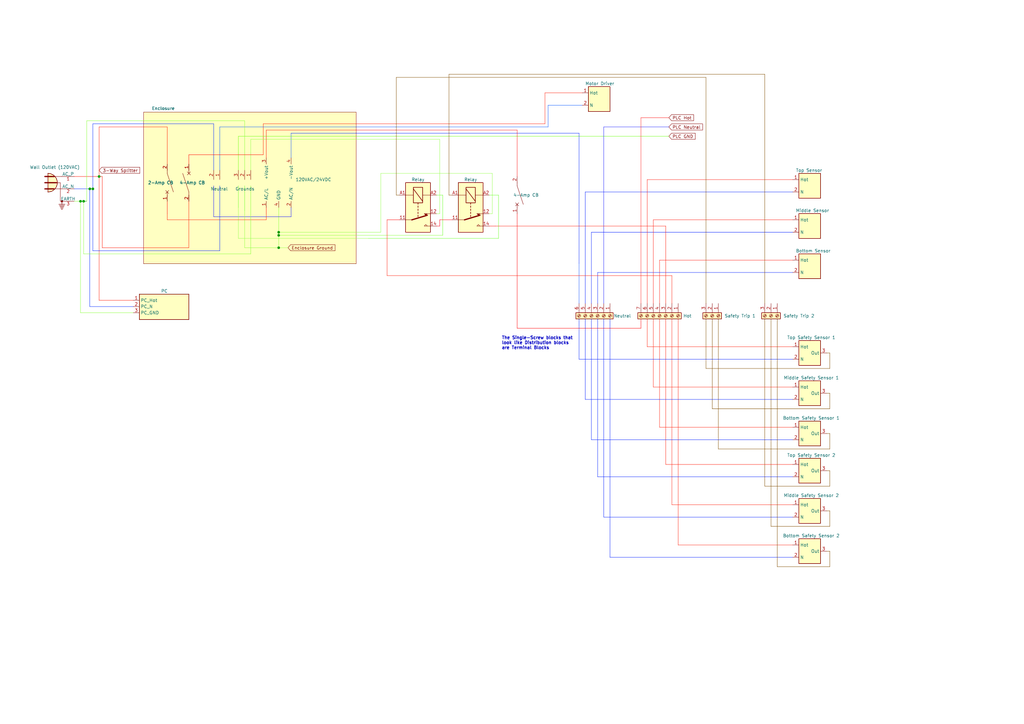
<source format=kicad_sch>
(kicad_sch (version 20211123) (generator eeschema)

  (uuid e63e39d7-6ac0-4ffd-8aa3-1841a4541b55)

  (paper "A3")

  (title_block
    (title "Power System")
    (date "2023-04-26")
    (rev "5")
    (company "Capstone Team 5")
  )

  (lib_symbols
    (symbol "Amplifier_Buffer:Enclosure" (pin_names (offset 0.127)) (in_bom yes) (on_board yes)
      (property "Reference" "U" (id 0) (at -5.842 18.796 0)
        (effects (font (size 1.27 1.27)) hide)
      )
      (property "Value" "Enclosure" (id 1) (at -44.704 12.446 0)
        (effects (font (size 1.27 1.27)))
      )
      (property "Footprint" "Package_SO:SOIC-8_3.9x4.9mm_P1.27mm" (id 2) (at 1.778 -35.814 0)
        (effects (font (size 1.27 1.27)) hide)
      )
      (property "Datasheet" "http://www.ti.com/lit/ds/symlink/buf602.pdf" (id 3) (at 2.794 -38.608 0)
        (effects (font (size 1.27 1.27)) hide)
      )
      (property "ki_keywords" "buffer amplifier" (id 4) (at 0 0 0)
        (effects (font (size 1.27 1.27)) hide)
      )
      (property "ki_description" "High-Speed, 1000 MHz, Closed-Loop Buffer, SOIC-8" (id 5) (at 0 0 0)
        (effects (font (size 1.27 1.27)) hide)
      )
      (property "ki_fp_filters" "SOIC*3.9x4.9mm*P1.27mm*" (id 6) (at 0 0 0)
        (effects (font (size 1.27 1.27)) hide)
      )
      (symbol "Enclosure_0_1"
        (rectangle (start -51.562 11.176) (end 35.56 -51.054)
          (stroke (width 0) (type default) (color 0 0 0 0))
          (fill (type background))
        )
      )
    )
    (symbol "BL0937_1" (in_bom yes) (on_board yes)
      (property "Reference" "U?" (id 0) (at 2.54 1.2701 0)
        (effects (font (size 1.27 1.27)) (justify left) hide)
      )
      (property "Value" "BL0937_1" (id 1) (at -12.7 6.35 0)
        (effects (font (size 1.27 1.27)) (justify left))
      )
      (property "Footprint" "Package_SO:SOP-8_3.9x4.9mm_P1.27mm" (id 2) (at 2.54 -17.78 0)
        (effects (font (size 1.27 1.27)) hide)
      )
      (property "Datasheet" "http://www.belling.com.cn/media/file_object/bel_product/BL0937/datasheet/BL0937_V1.02_en.pdf" (id 3) (at 9.652 12.954 0)
        (effects (font (size 1.27 1.27)) hide)
      )
      (property "ki_keywords" "current sensor" (id 4) (at 0 0 0)
        (effects (font (size 1.27 1.27)) hide)
      )
      (property "ki_description" "Single Phase Energy Meter IC with Integrated Oscillator, SOP-8" (id 5) (at 0 0 0)
        (effects (font (size 1.27 1.27)) hide)
      )
      (property "ki_fp_filters" "SOP*3.9x4.9mm*P1.27mm*" (id 6) (at 0 0 0)
        (effects (font (size 1.27 1.27)) hide)
      )
      (symbol "BL0937_1_0_1"
        (rectangle (start -7.62 5.08) (end 1.27 -5.08)
          (stroke (width 0.254) (type default) (color 0 0 0 0))
          (fill (type background))
        )
      )
      (symbol "BL0937_1_1_1"
        (pin input line (at -10.16 2.54 0) (length 2.54)
          (name "Hot" (effects (font (size 1.27 1.27))))
          (number "1" (effects (font (size 1.27 1.27))))
        )
        (pin input line (at -10.16 -2.54 0) (length 2.54)
          (name "N" (effects (font (size 1.27 1.27))))
          (number "2" (effects (font (size 1.27 1.27))))
        )
        (pin passive line (at 3.81 0 180) (length 2.54)
          (name "Out" (effects (font (size 1.27 1.27))))
          (number "3" (effects (font (size 1.27 1.27))))
        )
      )
    )
    (symbol "Connector:Conn_WallPlug_Earth" (pin_names (offset 0)) (in_bom yes) (on_board yes)
      (property "Reference" "P" (id 0) (at 0 3.81 0)
        (effects (font (size 1.27 1.27)) (justify bottom))
      )
      (property "Value" "Conn_WallPlug_Earth" (id 1) (at -5.08 0 90)
        (effects (font (size 1.27 1.27)) (justify bottom))
      )
      (property "Footprint" "" (id 2) (at 10.16 0 0)
        (effects (font (size 1.27 1.27)) hide)
      )
      (property "Datasheet" "~" (id 3) (at 10.16 0 0)
        (effects (font (size 1.27 1.27)) hide)
      )
      (property "ki_keywords" "wall plug 110VAC 220VAC" (id 4) (at 0 0 0)
        (effects (font (size 1.27 1.27)) hide)
      )
      (property "ki_description" "3-pin general wall plug, with Earth wire (110VAC, 220VAC)" (id 5) (at 0 0 0)
        (effects (font (size 1.27 1.27)) hide)
      )
      (symbol "Conn_WallPlug_Earth_0_1"
        (arc (start -3.175 -3.81) (mid 0.635 0) (end -3.175 3.81)
          (stroke (width 0.254) (type default) (color 0 0 0 0))
          (fill (type background))
        )
        (polyline
          (pts
            (xy -4.445 -2.54)
            (xy -0.635 -2.54)
          )
          (stroke (width 0.508) (type default) (color 0 0 0 0))
          (fill (type none))
        )
        (polyline
          (pts
            (xy -4.445 0)
            (xy 0.508 0)
          )
          (stroke (width 0.508) (type default) (color 0 0 0 0))
          (fill (type none))
        )
        (polyline
          (pts
            (xy -4.445 2.54)
            (xy -0.635 2.54)
          )
          (stroke (width 0.508) (type default) (color 0 0 0 0))
          (fill (type none))
        )
        (polyline
          (pts
            (xy -3.175 -3.81)
            (xy -3.175 3.81)
          )
          (stroke (width 0.254) (type default) (color 0 0 0 0))
          (fill (type none))
        )
        (polyline
          (pts
            (xy -0.635 -2.54)
            (xy 2.54 -2.54)
          )
          (stroke (width 0) (type default) (color 0 0 0 0))
          (fill (type none))
        )
        (polyline
          (pts
            (xy -0.635 2.54)
            (xy 2.54 2.54)
          )
          (stroke (width 0) (type default) (color 0 0 0 0))
          (fill (type none))
        )
        (polyline
          (pts
            (xy 1.524 -9.398)
            (xy 3.556 -9.398)
          )
          (stroke (width 0.2032) (type default) (color 0 0 0 0))
          (fill (type none))
        )
        (polyline
          (pts
            (xy 1.778 -9.906)
            (xy 3.302 -9.906)
          )
          (stroke (width 0.2032) (type default) (color 0 0 0 0))
          (fill (type none))
        )
        (polyline
          (pts
            (xy 2.032 -10.414)
            (xy 3.048 -10.414)
          )
          (stroke (width 0.2032) (type default) (color 0 0 0 0))
          (fill (type none))
        )
        (polyline
          (pts
            (xy 2.286 -10.922)
            (xy 2.794 -10.922)
          )
          (stroke (width 0.2032) (type default) (color 0 0 0 0))
          (fill (type none))
        )
        (polyline
          (pts
            (xy 2.54 -7.62)
            (xy 2.54 -8.89)
          )
          (stroke (width 0.2032) (type default) (color 0 0 0 0))
          (fill (type none))
        )
        (polyline
          (pts
            (xy 3.81 -8.89)
            (xy 1.27 -8.89)
          )
          (stroke (width 0.2032) (type default) (color 0 0 0 0))
          (fill (type none))
        )
        (polyline
          (pts
            (xy 2.54 -7.62)
            (xy 1.905 -7.62)
            (xy 1.905 0)
            (xy -4.445 0)
          )
          (stroke (width 0) (type default) (color 0 0 0 0))
          (fill (type none))
        )
        (circle (center 2.54 -7.62) (radius 0.3556)
          (stroke (width 0) (type default) (color 0 0 0 0))
          (fill (type outline))
        )
      )
      (symbol "Conn_WallPlug_Earth_1_1"
        (pin power_out line (at 7.62 2.54 180) (length 5.08)
          (name "AC_P" (effects (font (size 1.27 1.27))))
          (number "1" (effects (font (size 1.27 1.27))))
        )
        (pin power_out line (at 7.62 -2.54 180) (length 5.08)
          (name "AC_N" (effects (font (size 1.27 1.27))))
          (number "2" (effects (font (size 1.27 1.27))))
        )
        (pin passive line (at 7.62 -7.62 180) (length 5.08)
          (name "EARTH" (effects (font (size 1.27 1.27))))
          (number "3" (effects (font (size 1.27 1.27))))
        )
      )
    )
    (symbol "Connector:Screw_Terminal_01x02" (pin_names (offset 1.016) hide) (in_bom yes) (on_board yes)
      (property "Reference" "J" (id 0) (at 0 2.54 0)
        (effects (font (size 1.27 1.27)))
      )
      (property "Value" "Screw_Terminal_01x02" (id 1) (at 0 -5.08 0)
        (effects (font (size 1.27 1.27)))
      )
      (property "Footprint" "" (id 2) (at 0 0 0)
        (effects (font (size 1.27 1.27)) hide)
      )
      (property "Datasheet" "~" (id 3) (at 0 0 0)
        (effects (font (size 1.27 1.27)) hide)
      )
      (property "ki_keywords" "screw terminal" (id 4) (at 0 0 0)
        (effects (font (size 1.27 1.27)) hide)
      )
      (property "ki_description" "Generic screw terminal, single row, 01x02, script generated (kicad-library-utils/schlib/autogen/connector/)" (id 5) (at 0 0 0)
        (effects (font (size 1.27 1.27)) hide)
      )
      (property "ki_fp_filters" "TerminalBlock*:*" (id 6) (at 0 0 0)
        (effects (font (size 1.27 1.27)) hide)
      )
      (symbol "Screw_Terminal_01x02_1_1"
        (rectangle (start -1.27 1.27) (end 1.27 -3.81)
          (stroke (width 0.254) (type default) (color 0 0 0 0))
          (fill (type background))
        )
        (circle (center 0 -2.54) (radius 0.635)
          (stroke (width 0.1524) (type default) (color 0 0 0 0))
          (fill (type none))
        )
        (polyline
          (pts
            (xy -0.5334 -2.2098)
            (xy 0.3302 -3.048)
          )
          (stroke (width 0.1524) (type default) (color 0 0 0 0))
          (fill (type none))
        )
        (polyline
          (pts
            (xy -0.5334 0.3302)
            (xy 0.3302 -0.508)
          )
          (stroke (width 0.1524) (type default) (color 0 0 0 0))
          (fill (type none))
        )
        (polyline
          (pts
            (xy -0.3556 -2.032)
            (xy 0.508 -2.8702)
          )
          (stroke (width 0.1524) (type default) (color 0 0 0 0))
          (fill (type none))
        )
        (polyline
          (pts
            (xy -0.3556 0.508)
            (xy 0.508 -0.3302)
          )
          (stroke (width 0.1524) (type default) (color 0 0 0 0))
          (fill (type none))
        )
        (circle (center 0 0) (radius 0.635)
          (stroke (width 0.1524) (type default) (color 0 0 0 0))
          (fill (type none))
        )
        (pin passive line (at -5.08 0 0) (length 3.81)
          (name "Pin_1" (effects (font (size 1.27 1.27))))
          (number "1" (effects (font (size 1.27 1.27))))
        )
        (pin passive line (at -5.08 -2.54 0) (length 3.81)
          (name "Pin_2" (effects (font (size 1.27 1.27))))
          (number "2" (effects (font (size 1.27 1.27))))
        )
      )
    )
    (symbol "Connector:Screw_Terminal_01x03" (pin_names (offset 1.016) hide) (in_bom yes) (on_board yes)
      (property "Reference" "J" (id 0) (at 0 5.08 0)
        (effects (font (size 1.27 1.27)))
      )
      (property "Value" "Screw_Terminal_01x03" (id 1) (at 0 -5.08 0)
        (effects (font (size 1.27 1.27)))
      )
      (property "Footprint" "" (id 2) (at 0 0 0)
        (effects (font (size 1.27 1.27)) hide)
      )
      (property "Datasheet" "~" (id 3) (at 0 0 0)
        (effects (font (size 1.27 1.27)) hide)
      )
      (property "ki_keywords" "screw terminal" (id 4) (at 0 0 0)
        (effects (font (size 1.27 1.27)) hide)
      )
      (property "ki_description" "Generic screw terminal, single row, 01x03, script generated (kicad-library-utils/schlib/autogen/connector/)" (id 5) (at 0 0 0)
        (effects (font (size 1.27 1.27)) hide)
      )
      (property "ki_fp_filters" "TerminalBlock*:*" (id 6) (at 0 0 0)
        (effects (font (size 1.27 1.27)) hide)
      )
      (symbol "Screw_Terminal_01x03_1_1"
        (rectangle (start -1.27 3.81) (end 1.27 -3.81)
          (stroke (width 0.254) (type default) (color 0 0 0 0))
          (fill (type background))
        )
        (circle (center 0 -2.54) (radius 0.635)
          (stroke (width 0.1524) (type default) (color 0 0 0 0))
          (fill (type none))
        )
        (polyline
          (pts
            (xy -0.5334 -2.2098)
            (xy 0.3302 -3.048)
          )
          (stroke (width 0.1524) (type default) (color 0 0 0 0))
          (fill (type none))
        )
        (polyline
          (pts
            (xy -0.5334 0.3302)
            (xy 0.3302 -0.508)
          )
          (stroke (width 0.1524) (type default) (color 0 0 0 0))
          (fill (type none))
        )
        (polyline
          (pts
            (xy -0.5334 2.8702)
            (xy 0.3302 2.032)
          )
          (stroke (width 0.1524) (type default) (color 0 0 0 0))
          (fill (type none))
        )
        (polyline
          (pts
            (xy -0.3556 -2.032)
            (xy 0.508 -2.8702)
          )
          (stroke (width 0.1524) (type default) (color 0 0 0 0))
          (fill (type none))
        )
        (polyline
          (pts
            (xy -0.3556 0.508)
            (xy 0.508 -0.3302)
          )
          (stroke (width 0.1524) (type default) (color 0 0 0 0))
          (fill (type none))
        )
        (polyline
          (pts
            (xy -0.3556 3.048)
            (xy 0.508 2.2098)
          )
          (stroke (width 0.1524) (type default) (color 0 0 0 0))
          (fill (type none))
        )
        (circle (center 0 0) (radius 0.635)
          (stroke (width 0.1524) (type default) (color 0 0 0 0))
          (fill (type none))
        )
        (circle (center 0 2.54) (radius 0.635)
          (stroke (width 0.1524) (type default) (color 0 0 0 0))
          (fill (type none))
        )
        (pin passive line (at -5.08 2.54 0) (length 3.81)
          (name "Pin_1" (effects (font (size 1.27 1.27))))
          (number "1" (effects (font (size 1.27 1.27))))
        )
        (pin passive line (at -5.08 0 0) (length 3.81)
          (name "Pin_2" (effects (font (size 1.27 1.27))))
          (number "2" (effects (font (size 1.27 1.27))))
        )
        (pin passive line (at -5.08 -2.54 0) (length 3.81)
          (name "Pin_3" (effects (font (size 1.27 1.27))))
          (number "3" (effects (font (size 1.27 1.27))))
        )
      )
    )
    (symbol "Connector:Screw_Terminal_01x06" (pin_names (offset 1.016) hide) (in_bom yes) (on_board yes)
      (property "Reference" "J" (id 0) (at 0 7.62 0)
        (effects (font (size 1.27 1.27)))
      )
      (property "Value" "Screw_Terminal_01x06" (id 1) (at 0 -10.16 0)
        (effects (font (size 1.27 1.27)))
      )
      (property "Footprint" "" (id 2) (at 0 0 0)
        (effects (font (size 1.27 1.27)) hide)
      )
      (property "Datasheet" "~" (id 3) (at 0 0 0)
        (effects (font (size 1.27 1.27)) hide)
      )
      (property "ki_keywords" "screw terminal" (id 4) (at 0 0 0)
        (effects (font (size 1.27 1.27)) hide)
      )
      (property "ki_description" "Generic screw terminal, single row, 01x06, script generated (kicad-library-utils/schlib/autogen/connector/)" (id 5) (at 0 0 0)
        (effects (font (size 1.27 1.27)) hide)
      )
      (property "ki_fp_filters" "TerminalBlock*:*" (id 6) (at 0 0 0)
        (effects (font (size 1.27 1.27)) hide)
      )
      (symbol "Screw_Terminal_01x06_1_1"
        (rectangle (start -1.27 6.35) (end 1.27 -8.89)
          (stroke (width 0.254) (type default) (color 0 0 0 0))
          (fill (type background))
        )
        (circle (center 0 -7.62) (radius 0.635)
          (stroke (width 0.1524) (type default) (color 0 0 0 0))
          (fill (type none))
        )
        (circle (center 0 -5.08) (radius 0.635)
          (stroke (width 0.1524) (type default) (color 0 0 0 0))
          (fill (type none))
        )
        (circle (center 0 -2.54) (radius 0.635)
          (stroke (width 0.1524) (type default) (color 0 0 0 0))
          (fill (type none))
        )
        (polyline
          (pts
            (xy -0.5334 -7.2898)
            (xy 0.3302 -8.128)
          )
          (stroke (width 0.1524) (type default) (color 0 0 0 0))
          (fill (type none))
        )
        (polyline
          (pts
            (xy -0.5334 -4.7498)
            (xy 0.3302 -5.588)
          )
          (stroke (width 0.1524) (type default) (color 0 0 0 0))
          (fill (type none))
        )
        (polyline
          (pts
            (xy -0.5334 -2.2098)
            (xy 0.3302 -3.048)
          )
          (stroke (width 0.1524) (type default) (color 0 0 0 0))
          (fill (type none))
        )
        (polyline
          (pts
            (xy -0.5334 0.3302)
            (xy 0.3302 -0.508)
          )
          (stroke (width 0.1524) (type default) (color 0 0 0 0))
          (fill (type none))
        )
        (polyline
          (pts
            (xy -0.5334 2.8702)
            (xy 0.3302 2.032)
          )
          (stroke (width 0.1524) (type default) (color 0 0 0 0))
          (fill (type none))
        )
        (polyline
          (pts
            (xy -0.5334 5.4102)
            (xy 0.3302 4.572)
          )
          (stroke (width 0.1524) (type default) (color 0 0 0 0))
          (fill (type none))
        )
        (polyline
          (pts
            (xy -0.3556 -7.112)
            (xy 0.508 -7.9502)
          )
          (stroke (width 0.1524) (type default) (color 0 0 0 0))
          (fill (type none))
        )
        (polyline
          (pts
            (xy -0.3556 -4.572)
            (xy 0.508 -5.4102)
          )
          (stroke (width 0.1524) (type default) (color 0 0 0 0))
          (fill (type none))
        )
        (polyline
          (pts
            (xy -0.3556 -2.032)
            (xy 0.508 -2.8702)
          )
          (stroke (width 0.1524) (type default) (color 0 0 0 0))
          (fill (type none))
        )
        (polyline
          (pts
            (xy -0.3556 0.508)
            (xy 0.508 -0.3302)
          )
          (stroke (width 0.1524) (type default) (color 0 0 0 0))
          (fill (type none))
        )
        (polyline
          (pts
            (xy -0.3556 3.048)
            (xy 0.508 2.2098)
          )
          (stroke (width 0.1524) (type default) (color 0 0 0 0))
          (fill (type none))
        )
        (polyline
          (pts
            (xy -0.3556 5.588)
            (xy 0.508 4.7498)
          )
          (stroke (width 0.1524) (type default) (color 0 0 0 0))
          (fill (type none))
        )
        (circle (center 0 0) (radius 0.635)
          (stroke (width 0.1524) (type default) (color 0 0 0 0))
          (fill (type none))
        )
        (circle (center 0 2.54) (radius 0.635)
          (stroke (width 0.1524) (type default) (color 0 0 0 0))
          (fill (type none))
        )
        (circle (center 0 5.08) (radius 0.635)
          (stroke (width 0.1524) (type default) (color 0 0 0 0))
          (fill (type none))
        )
        (pin passive line (at -5.08 5.08 0) (length 3.81)
          (name "Pin_1" (effects (font (size 1.27 1.27))))
          (number "1" (effects (font (size 1.27 1.27))))
        )
        (pin passive line (at -5.08 2.54 0) (length 3.81)
          (name "Pin_2" (effects (font (size 1.27 1.27))))
          (number "2" (effects (font (size 1.27 1.27))))
        )
        (pin passive line (at -5.08 0 0) (length 3.81)
          (name "Pin_3" (effects (font (size 1.27 1.27))))
          (number "3" (effects (font (size 1.27 1.27))))
        )
        (pin passive line (at -5.08 -2.54 0) (length 3.81)
          (name "Pin_4" (effects (font (size 1.27 1.27))))
          (number "4" (effects (font (size 1.27 1.27))))
        )
        (pin passive line (at -5.08 -5.08 0) (length 3.81)
          (name "Pin_5" (effects (font (size 1.27 1.27))))
          (number "5" (effects (font (size 1.27 1.27))))
        )
        (pin passive line (at -5.08 -7.62 0) (length 3.81)
          (name "Pin_6" (effects (font (size 1.27 1.27))))
          (number "6" (effects (font (size 1.27 1.27))))
        )
      )
    )
    (symbol "Connector:Screw_Terminal_01x07" (pin_names (offset 1.016) hide) (in_bom yes) (on_board yes)
      (property "Reference" "J" (id 0) (at 0 10.16 0)
        (effects (font (size 1.27 1.27)))
      )
      (property "Value" "Screw_Terminal_01x07" (id 1) (at 0 -10.16 0)
        (effects (font (size 1.27 1.27)))
      )
      (property "Footprint" "" (id 2) (at 0 0 0)
        (effects (font (size 1.27 1.27)) hide)
      )
      (property "Datasheet" "~" (id 3) (at 0 0 0)
        (effects (font (size 1.27 1.27)) hide)
      )
      (property "ki_keywords" "screw terminal" (id 4) (at 0 0 0)
        (effects (font (size 1.27 1.27)) hide)
      )
      (property "ki_description" "Generic screw terminal, single row, 01x07, script generated (kicad-library-utils/schlib/autogen/connector/)" (id 5) (at 0 0 0)
        (effects (font (size 1.27 1.27)) hide)
      )
      (property "ki_fp_filters" "TerminalBlock*:*" (id 6) (at 0 0 0)
        (effects (font (size 1.27 1.27)) hide)
      )
      (symbol "Screw_Terminal_01x07_1_1"
        (rectangle (start -1.27 8.89) (end 1.27 -8.89)
          (stroke (width 0.254) (type default) (color 0 0 0 0))
          (fill (type background))
        )
        (circle (center 0 -7.62) (radius 0.635)
          (stroke (width 0.1524) (type default) (color 0 0 0 0))
          (fill (type none))
        )
        (circle (center 0 -5.08) (radius 0.635)
          (stroke (width 0.1524) (type default) (color 0 0 0 0))
          (fill (type none))
        )
        (circle (center 0 -2.54) (radius 0.635)
          (stroke (width 0.1524) (type default) (color 0 0 0 0))
          (fill (type none))
        )
        (polyline
          (pts
            (xy -0.5334 -7.2898)
            (xy 0.3302 -8.128)
          )
          (stroke (width 0.1524) (type default) (color 0 0 0 0))
          (fill (type none))
        )
        (polyline
          (pts
            (xy -0.5334 -4.7498)
            (xy 0.3302 -5.588)
          )
          (stroke (width 0.1524) (type default) (color 0 0 0 0))
          (fill (type none))
        )
        (polyline
          (pts
            (xy -0.5334 -2.2098)
            (xy 0.3302 -3.048)
          )
          (stroke (width 0.1524) (type default) (color 0 0 0 0))
          (fill (type none))
        )
        (polyline
          (pts
            (xy -0.5334 0.3302)
            (xy 0.3302 -0.508)
          )
          (stroke (width 0.1524) (type default) (color 0 0 0 0))
          (fill (type none))
        )
        (polyline
          (pts
            (xy -0.5334 2.8702)
            (xy 0.3302 2.032)
          )
          (stroke (width 0.1524) (type default) (color 0 0 0 0))
          (fill (type none))
        )
        (polyline
          (pts
            (xy -0.5334 5.4102)
            (xy 0.3302 4.572)
          )
          (stroke (width 0.1524) (type default) (color 0 0 0 0))
          (fill (type none))
        )
        (polyline
          (pts
            (xy -0.5334 7.9502)
            (xy 0.3302 7.112)
          )
          (stroke (width 0.1524) (type default) (color 0 0 0 0))
          (fill (type none))
        )
        (polyline
          (pts
            (xy -0.3556 -7.112)
            (xy 0.508 -7.9502)
          )
          (stroke (width 0.1524) (type default) (color 0 0 0 0))
          (fill (type none))
        )
        (polyline
          (pts
            (xy -0.3556 -4.572)
            (xy 0.508 -5.4102)
          )
          (stroke (width 0.1524) (type default) (color 0 0 0 0))
          (fill (type none))
        )
        (polyline
          (pts
            (xy -0.3556 -2.032)
            (xy 0.508 -2.8702)
          )
          (stroke (width 0.1524) (type default) (color 0 0 0 0))
          (fill (type none))
        )
        (polyline
          (pts
            (xy -0.3556 0.508)
            (xy 0.508 -0.3302)
          )
          (stroke (width 0.1524) (type default) (color 0 0 0 0))
          (fill (type none))
        )
        (polyline
          (pts
            (xy -0.3556 3.048)
            (xy 0.508 2.2098)
          )
          (stroke (width 0.1524) (type default) (color 0 0 0 0))
          (fill (type none))
        )
        (polyline
          (pts
            (xy -0.3556 5.588)
            (xy 0.508 4.7498)
          )
          (stroke (width 0.1524) (type default) (color 0 0 0 0))
          (fill (type none))
        )
        (polyline
          (pts
            (xy -0.3556 8.128)
            (xy 0.508 7.2898)
          )
          (stroke (width 0.1524) (type default) (color 0 0 0 0))
          (fill (type none))
        )
        (circle (center 0 0) (radius 0.635)
          (stroke (width 0.1524) (type default) (color 0 0 0 0))
          (fill (type none))
        )
        (circle (center 0 2.54) (radius 0.635)
          (stroke (width 0.1524) (type default) (color 0 0 0 0))
          (fill (type none))
        )
        (circle (center 0 5.08) (radius 0.635)
          (stroke (width 0.1524) (type default) (color 0 0 0 0))
          (fill (type none))
        )
        (circle (center 0 7.62) (radius 0.635)
          (stroke (width 0.1524) (type default) (color 0 0 0 0))
          (fill (type none))
        )
        (pin passive line (at -5.08 7.62 0) (length 3.81)
          (name "Pin_1" (effects (font (size 1.27 1.27))))
          (number "1" (effects (font (size 1.27 1.27))))
        )
        (pin passive line (at -5.08 5.08 0) (length 3.81)
          (name "Pin_2" (effects (font (size 1.27 1.27))))
          (number "2" (effects (font (size 1.27 1.27))))
        )
        (pin passive line (at -5.08 2.54 0) (length 3.81)
          (name "Pin_3" (effects (font (size 1.27 1.27))))
          (number "3" (effects (font (size 1.27 1.27))))
        )
        (pin passive line (at -5.08 0 0) (length 3.81)
          (name "Pin_4" (effects (font (size 1.27 1.27))))
          (number "4" (effects (font (size 1.27 1.27))))
        )
        (pin passive line (at -5.08 -2.54 0) (length 3.81)
          (name "Pin_5" (effects (font (size 1.27 1.27))))
          (number "5" (effects (font (size 1.27 1.27))))
        )
        (pin passive line (at -5.08 -5.08 0) (length 3.81)
          (name "Pin_6" (effects (font (size 1.27 1.27))))
          (number "6" (effects (font (size 1.27 1.27))))
        )
        (pin passive line (at -5.08 -7.62 0) (length 3.81)
          (name "Pin_7" (effects (font (size 1.27 1.27))))
          (number "7" (effects (font (size 1.27 1.27))))
        )
      )
    )
    (symbol "Converter_ACDC:HS-40024" (in_bom yes) (on_board yes)
      (property "Reference" "SVL524100" (id 0) (at 21.59 -2.54 90)
        (effects (font (size 1.27 1.27)) (justify left))
      )
      (property "Value" "120VAC/24VDC" (id 1) (at 24.13 0 90)
        (effects (font (size 1.27 1.27)) (justify left))
      )
      (property "Footprint" "Converter_ACDC:Converter_ACDC_Hahn_HS-400xx_THT" (id 2) (at -7.62 0 0)
        (effects (font (size 1.27 1.27)) hide)
      )
      (property "Datasheet" "https://www.schukat.com/schukat/pdf.nsf/index/17647BA7403E2D39C1257B810041F34E/$file/HS-40024-Serie%20Schemazeichnung-A3%20(1).pdf" (id 3) (at -10.16 0 0)
        (effects (font (size 1.27 1.27)) hide)
      )
      (property "ki_keywords" "24V 3W AC-DC module power supply" (id 4) (at 0 0 0)
        (effects (font (size 1.27 1.27)) hide)
      )
      (property "ki_description" "24V, 3W, AC-DC module power supply, Hahn" (id 5) (at 0 0 0)
        (effects (font (size 1.27 1.27)) hide)
      )
      (property "ki_fp_filters" "Converter*ACDC*Hahn*HS*400xx*" (id 6) (at 0 0 0)
        (effects (font (size 1.27 1.27)) hide)
      )
      (symbol "HS-40024_0_1"
        (rectangle (start -7.62 3.81) (end 7.62 -8.89)
          (stroke (width 0.254) (type default) (color 0 0 0 0))
          (fill (type background))
        )
        (arc (start -5.334 0.635) (mid -4.699 0.2495) (end -4.064 0.635)
          (stroke (width 0) (type default) (color 0 0 0 0))
          (fill (type none))
        )
        (arc (start -2.794 0.635) (mid -3.429 1.0072) (end -4.064 0.635)
          (stroke (width 0) (type default) (color 0 0 0 0))
          (fill (type none))
        )
        (polyline
          (pts
            (xy -5.334 -0.635)
            (xy -2.794 -0.635)
          )
          (stroke (width 0) (type default) (color 0 0 0 0))
          (fill (type none))
        )
        (polyline
          (pts
            (xy 2.794 -0.635)
            (xy 5.334 -0.635)
          )
          (stroke (width 0) (type default) (color 0 0 0 0))
          (fill (type none))
        )
        (polyline
          (pts
            (xy 2.794 0.635)
            (xy 3.302 0.635)
          )
          (stroke (width 0) (type default) (color 0 0 0 0))
          (fill (type none))
        )
        (polyline
          (pts
            (xy 3.81 0.635)
            (xy 4.318 0.635)
          )
          (stroke (width 0) (type default) (color 0 0 0 0))
          (fill (type none))
        )
        (polyline
          (pts
            (xy 4.826 0.635)
            (xy 5.334 0.635)
          )
          (stroke (width 0) (type default) (color 0 0 0 0))
          (fill (type none))
        )
      )
      (symbol "HS-40024_1_1"
        (polyline
          (pts
            (xy 0 -1.27)
            (xy 0 -2.54)
          )
          (stroke (width 0) (type default) (color 0 0 0 0))
          (fill (type none))
        )
        (polyline
          (pts
            (xy 0 1.27)
            (xy 0 0)
          )
          (stroke (width 0) (type default) (color 0 0 0 0))
          (fill (type none))
        )
        (polyline
          (pts
            (xy 0 3.81)
            (xy 0 2.54)
          )
          (stroke (width 0) (type default) (color 0 0 0 0))
          (fill (type none))
        )
        (pin power_in line (at -10.16 2.54 0) (length 2.54)
          (name "AC/L" (effects (font (size 1.27 1.27))))
          (number "1" (effects (font (size 1.27 1.27))))
        )
        (pin power_in line (at -10.16 -7.62 0) (length 2.54)
          (name "AC/N" (effects (font (size 1.27 1.27))))
          (number "2" (effects (font (size 1.27 1.27))))
        )
        (pin power_out line (at 10.16 2.54 180) (length 2.54)
          (name "+Vout" (effects (font (size 1.27 1.27))))
          (number "3" (effects (font (size 1.27 1.27))))
        )
        (pin power_out line (at 10.16 -7.62 180) (length 2.54)
          (name "-Vout" (effects (font (size 1.27 1.27))))
          (number "4" (effects (font (size 1.27 1.27))))
        )
        (pin input line (at -10.16 -2.54 0) (length 2.54)
          (name "GND" (effects (font (size 1.27 1.27))))
          (number "4" (effects (font (size 1.27 1.27))))
        )
      )
    )
    (symbol "DIPxx-1Cxx-51x_1" (in_bom yes) (on_board yes)
      (property "Reference" "K?" (id 0) (at 15.24 0 90)
        (effects (font (size 1.27 1.27)) hide)
      )
      (property "Value" "DIPxx-1Cxx-51x_1" (id 1) (at 0 11.43 90)
        (effects (font (size 1.27 1.27)))
      )
      (property "Footprint" "Relay_THT:Relay_StandexMeder_DIP_LowProfile" (id 2) (at -11.43 1.27 0)
        (effects (font (size 1.27 1.27)) (justify left) hide)
      )
      (property "Datasheet" "https://standexelectronics.com/wp-content/uploads/datasheet_reed_relay_DIP.pdf" (id 3) (at 0 0 0)
        (effects (font (size 1.27 1.27)) hide)
      )
      (property "ki_keywords" "Single Pole Reed Relay SPDT" (id 4) (at 0 0 0)
        (effects (font (size 1.27 1.27)) hide)
      )
      (property "ki_description" "Standex Meder DIP reed relay, SPDT" (id 5) (at 0 0 0)
        (effects (font (size 1.27 1.27)) hide)
      )
      (property "ki_fp_filters" "Relay*StandexMeder*DIP*LowProfile*" (id 6) (at 0 0 0)
        (effects (font (size 1.27 1.27)) hide)
      )
      (symbol "DIPxx-1Cxx-51x_1_0_0"
        (polyline
          (pts
            (xy 2.54 5.08)
            (xy 2.54 2.54)
            (xy 3.175 3.175)
            (xy 2.54 3.81)
          )
          (stroke (width 0) (type default) (color 0 0 0 0))
          (fill (type outline))
        )
        (polyline
          (pts
            (xy 7.62 5.08)
            (xy 7.62 2.54)
            (xy 6.985 3.175)
            (xy 7.62 3.81)
          )
          (stroke (width 0) (type default) (color 0 0 0 0))
          (fill (type none))
        )
      )
      (symbol "DIPxx-1Cxx-51x_1_0_1"
        (rectangle (start -10.16 5.08) (end 10.16 -5.08)
          (stroke (width 0.254) (type default) (color 0 0 0 0))
          (fill (type background))
        )
        (rectangle (start -8.255 1.905) (end -1.905 -1.905)
          (stroke (width 0.254) (type default) (color 0 0 0 0))
          (fill (type none))
        )
        (polyline
          (pts
            (xy -7.62 -1.905)
            (xy -2.54 1.905)
          )
          (stroke (width 0.254) (type default) (color 0 0 0 0))
          (fill (type none))
        )
        (polyline
          (pts
            (xy -5.08 -5.08)
            (xy -5.08 -1.905)
          )
          (stroke (width 0) (type default) (color 0 0 0 0))
          (fill (type none))
        )
        (polyline
          (pts
            (xy -5.08 5.08)
            (xy -5.08 1.905)
          )
          (stroke (width 0) (type default) (color 0 0 0 0))
          (fill (type none))
        )
        (polyline
          (pts
            (xy -1.905 0)
            (xy -1.27 0)
          )
          (stroke (width 0.254) (type default) (color 0 0 0 0))
          (fill (type none))
        )
        (polyline
          (pts
            (xy -0.635 0)
            (xy 0 0)
          )
          (stroke (width 0.254) (type default) (color 0 0 0 0))
          (fill (type none))
        )
        (polyline
          (pts
            (xy 0.635 0)
            (xy 1.27 0)
          )
          (stroke (width 0.254) (type default) (color 0 0 0 0))
          (fill (type none))
        )
        (polyline
          (pts
            (xy 1.905 0)
            (xy 2.54 0)
          )
          (stroke (width 0.254) (type default) (color 0 0 0 0))
          (fill (type none))
        )
        (polyline
          (pts
            (xy 3.175 0)
            (xy 3.81 0)
          )
          (stroke (width 0.254) (type default) (color 0 0 0 0))
          (fill (type none))
        )
        (polyline
          (pts
            (xy 5.08 -2.54)
            (xy 3.175 3.81)
          )
          (stroke (width 0.508) (type default) (color 0 0 0 0))
          (fill (type none))
        )
        (polyline
          (pts
            (xy 5.08 -2.54)
            (xy 5.08 -5.08)
          )
          (stroke (width 0) (type default) (color 0 0 0 0))
          (fill (type none))
        )
      )
      (symbol "DIPxx-1Cxx-51x_1_1_1"
        (pin passive line (at 5.08 -7.62 90) (length 2.54)
          (name "" (effects (font (size 1.27 1.27))))
          (number "11" (effects (font (size 1.27 1.27))))
        )
        (pin passive line (at 2.54 7.62 270) (length 2.54)
          (name "" (effects (font (size 1.27 1.27))))
          (number "12" (effects (font (size 1.27 1.27))))
        )
        (pin passive line (at 7.62 7.62 270) (length 2.54)
          (name "" (effects (font (size 1.27 1.27))))
          (number "14" (effects (font (size 1.27 1.27))))
        )
        (pin passive line (at 5.08 -7.62 90) (length 2.54) hide
          (name "~" (effects (font (size 1.27 1.27))))
          (number "8" (effects (font (size 1.27 1.27))))
        )
        (pin passive line (at -5.08 -7.62 90) (length 2.54)
          (name "~" (effects (font (size 1.27 1.27))))
          (number "A1" (effects (font (size 1.27 1.27))))
        )
        (pin passive line (at -5.08 7.62 270) (length 2.54)
          (name "~" (effects (font (size 1.27 1.27))))
          (number "A2" (effects (font (size 1.27 1.27))))
        )
      )
    )
    (symbol "Device:CircuitBreaker_1P" (in_bom yes) (on_board yes)
      (property "Reference" "CB" (id 0) (at 1.905 0 0)
        (effects (font (size 1.27 1.27)) (justify left))
      )
      (property "Value" "CircuitBreaker_1P" (id 1) (at 1.905 1.905 0)
        (effects (font (size 1.27 1.27)) (justify left))
      )
      (property "Footprint" "" (id 2) (at 0 0 0)
        (effects (font (size 1.27 1.27)) hide)
      )
      (property "Datasheet" "~" (id 3) (at 0 0 0)
        (effects (font (size 1.27 1.27)) hide)
      )
      (property "ki_keywords" "CB" (id 4) (at 0 0 0)
        (effects (font (size 1.27 1.27)) hide)
      )
      (property "ki_description" "Single pole circuit breaker" (id 5) (at 0 0 0)
        (effects (font (size 1.27 1.27)) hide)
      )
      (symbol "CircuitBreaker_1P_0_1"
        (polyline
          (pts
            (xy 0 -5.08)
            (xy 0 -3.81)
          )
          (stroke (width 0) (type default) (color 0 0 0 0))
          (fill (type none))
        )
        (polyline
          (pts
            (xy 0 -3.81)
            (xy -2.54 3.81)
          )
          (stroke (width 0) (type default) (color 0 0 0 0))
          (fill (type none))
        )
      )
      (symbol "CircuitBreaker_1P_1_1"
        (polyline
          (pts
            (xy -0.635 4.445)
            (xy 0.635 3.175)
          )
          (stroke (width 0) (type default) (color 0 0 0 0))
          (fill (type none))
        )
        (polyline
          (pts
            (xy 0 5.08)
            (xy 0 3.81)
          )
          (stroke (width 0) (type default) (color 0 0 0 0))
          (fill (type none))
        )
        (polyline
          (pts
            (xy 0.635 4.445)
            (xy -0.635 3.175)
          )
          (stroke (width 0) (type default) (color 0 0 0 0))
          (fill (type none))
        )
        (pin passive line (at 0 7.62 270) (length 2.54)
          (name "~" (effects (font (size 1.27 1.27))))
          (number "1" (effects (font (size 1.27 1.27))))
        )
        (pin passive line (at 0 -7.62 90) (length 2.54)
          (name "~" (effects (font (size 1.27 1.27))))
          (number "2" (effects (font (size 1.27 1.27))))
        )
      )
    )
    (symbol "Driver_LED:PCA9635" (in_bom yes) (on_board yes)
      (property "Reference" "U" (id 0) (at 20.828 33.274 0)
        (effects (font (size 1.27 1.27)) (justify left bottom))
      )
      (property "Value" "PCA9635" (id 1) (at 19.558 30.734 0)
        (effects (font (size 1.27 1.27)) (justify left top))
      )
      (property "Footprint" "Package_SO:TSSOP-28_4.4x9.7mm_P0.65mm" (id 2) (at 0 0 0)
        (effects (font (size 1.27 1.27)) hide)
      )
      (property "Datasheet" "https://www.nxp.com/docs/en/data-sheet/PCA9635.pdf" (id 3) (at 0 0 0)
        (effects (font (size 1.27 1.27)) hide)
      )
      (property "ki_keywords" "led pwm rgb rgba" (id 4) (at 0 0 0)
        (effects (font (size 1.27 1.27)) hide)
      )
      (property "ki_description" "16-bit PWM Fm+ I2C-bus LED driver, TSSOP-28" (id 5) (at 0 0 0)
        (effects (font (size 1.27 1.27)) hide)
      )
      (property "ki_fp_filters" "TSSOP*4.4x9.7mm*P0.65mm*" (id 6) (at 0 0 0)
        (effects (font (size 1.27 1.27)) hide)
      )
      (symbol "PCA9635_0_1"
        (rectangle (start -10.16 22.86) (end 10.16 12.446)
          (stroke (width 0.254) (type default) (color 0 0 0 0))
          (fill (type background))
        )
      )
      (symbol "PCA9635_1_1"
        (pin input line (at -12.7 20.32 0) (length 2.54)
          (name "PC_Hot" (effects (font (size 1.27 1.27))))
          (number "1" (effects (font (size 1.27 1.27))))
        )
        (pin bidirectional line (at -12.7 17.78 0) (length 2.54)
          (name "PC_N" (effects (font (size 1.27 1.27))))
          (number "2" (effects (font (size 1.27 1.27))))
        )
        (pin input line (at -12.7 15.24 0) (length 2.54)
          (name "PC_GND" (effects (font (size 1.27 1.27))))
          (number "3" (effects (font (size 1.27 1.27))))
        )
      )
    )
    (symbol "Relay:DIPxx-1Cxx-51x" (in_bom yes) (on_board yes)
      (property "Reference" "K?" (id 0) (at 15.24 0 90)
        (effects (font (size 1.27 1.27)) hide)
      )
      (property "Value" "Relay" (id 1) (at 0 11.43 90)
        (effects (font (size 1.27 1.27)))
      )
      (property "Footprint" "Relay_THT:Relay_StandexMeder_DIP_LowProfile" (id 2) (at -11.43 1.27 0)
        (effects (font (size 1.27 1.27)) (justify left) hide)
      )
      (property "Datasheet" "https://standexelectronics.com/wp-content/uploads/datasheet_reed_relay_DIP.pdf" (id 3) (at 0 0 0)
        (effects (font (size 1.27 1.27)) hide)
      )
      (property "ki_keywords" "Single Pole Reed Relay SPDT" (id 4) (at 0 0 0)
        (effects (font (size 1.27 1.27)) hide)
      )
      (property "ki_description" "Standex Meder DIP reed relay, SPDT" (id 5) (at 0 0 0)
        (effects (font (size 1.27 1.27)) hide)
      )
      (property "ki_fp_filters" "Relay*StandexMeder*DIP*LowProfile*" (id 6) (at 0 0 0)
        (effects (font (size 1.27 1.27)) hide)
      )
      (symbol "DIPxx-1Cxx-51x_0_0"
        (polyline
          (pts
            (xy 2.54 5.08)
            (xy 2.54 2.54)
            (xy 3.175 3.175)
            (xy 2.54 3.81)
          )
          (stroke (width 0) (type default) (color 0 0 0 0))
          (fill (type outline))
        )
        (polyline
          (pts
            (xy 7.62 5.08)
            (xy 7.62 2.54)
            (xy 6.985 3.175)
            (xy 7.62 3.81)
          )
          (stroke (width 0) (type default) (color 0 0 0 0))
          (fill (type none))
        )
      )
      (symbol "DIPxx-1Cxx-51x_0_1"
        (rectangle (start -10.16 5.08) (end 10.16 -5.08)
          (stroke (width 0.254) (type default) (color 0 0 0 0))
          (fill (type background))
        )
        (rectangle (start -8.255 1.905) (end -1.905 -1.905)
          (stroke (width 0.254) (type default) (color 0 0 0 0))
          (fill (type none))
        )
        (polyline
          (pts
            (xy -7.62 -1.905)
            (xy -2.54 1.905)
          )
          (stroke (width 0.254) (type default) (color 0 0 0 0))
          (fill (type none))
        )
        (polyline
          (pts
            (xy -5.08 -5.08)
            (xy -5.08 -1.905)
          )
          (stroke (width 0) (type default) (color 0 0 0 0))
          (fill (type none))
        )
        (polyline
          (pts
            (xy -5.08 5.08)
            (xy -5.08 1.905)
          )
          (stroke (width 0) (type default) (color 0 0 0 0))
          (fill (type none))
        )
        (polyline
          (pts
            (xy -1.905 0)
            (xy -1.27 0)
          )
          (stroke (width 0.254) (type default) (color 0 0 0 0))
          (fill (type none))
        )
        (polyline
          (pts
            (xy -0.635 0)
            (xy 0 0)
          )
          (stroke (width 0.254) (type default) (color 0 0 0 0))
          (fill (type none))
        )
        (polyline
          (pts
            (xy 0.635 0)
            (xy 1.27 0)
          )
          (stroke (width 0.254) (type default) (color 0 0 0 0))
          (fill (type none))
        )
        (polyline
          (pts
            (xy 1.905 0)
            (xy 2.54 0)
          )
          (stroke (width 0.254) (type default) (color 0 0 0 0))
          (fill (type none))
        )
        (polyline
          (pts
            (xy 3.175 0)
            (xy 3.81 0)
          )
          (stroke (width 0.254) (type default) (color 0 0 0 0))
          (fill (type none))
        )
        (polyline
          (pts
            (xy 5.08 -2.54)
            (xy 3.175 3.81)
          )
          (stroke (width 0.508) (type default) (color 0 0 0 0))
          (fill (type none))
        )
        (polyline
          (pts
            (xy 5.08 -2.54)
            (xy 5.08 -5.08)
          )
          (stroke (width 0) (type default) (color 0 0 0 0))
          (fill (type none))
        )
      )
      (symbol "DIPxx-1Cxx-51x_1_1"
        (pin passive line (at 5.08 -7.62 90) (length 2.54)
          (name "" (effects (font (size 1.27 1.27))))
          (number "11" (effects (font (size 1.27 1.27))))
        )
        (pin passive line (at 2.54 7.62 270) (length 2.54)
          (name "" (effects (font (size 1.27 1.27))))
          (number "12" (effects (font (size 1.27 1.27))))
        )
        (pin passive line (at 7.62 7.62 270) (length 2.54)
          (name "" (effects (font (size 1.27 1.27))))
          (number "14" (effects (font (size 1.27 1.27))))
        )
        (pin passive line (at 5.08 -7.62 90) (length 2.54) hide
          (name "~" (effects (font (size 1.27 1.27))))
          (number "8" (effects (font (size 1.27 1.27))))
        )
        (pin passive line (at -5.08 -7.62 90) (length 2.54)
          (name "~" (effects (font (size 1.27 1.27))))
          (number "A1" (effects (font (size 1.27 1.27))))
        )
        (pin passive line (at -5.08 7.62 270) (length 2.54)
          (name "~" (effects (font (size 1.27 1.27))))
          (number "A2" (effects (font (size 1.27 1.27))))
        )
      )
    )
    (symbol "Sensor:BL0937" (in_bom yes) (on_board yes)
      (property "Reference" "U" (id 0) (at -5.334 -9.652 0)
        (effects (font (size 1.27 1.27)))
      )
      (property "Value" "BL0937" (id 1) (at -2.794 -7.112 0)
        (effects (font (size 1.27 1.27)))
      )
      (property "Footprint" "Package_SO:SOP-8_3.9x4.9mm_P1.27mm" (id 2) (at 2.54 -17.78 0)
        (effects (font (size 1.27 1.27)) hide)
      )
      (property "Datasheet" "http://www.belling.com.cn/media/file_object/bel_product/BL0937/datasheet/BL0937_V1.02_en.pdf" (id 3) (at 9.652 12.954 0)
        (effects (font (size 1.27 1.27)) hide)
      )
      (property "ki_keywords" "current sensor" (id 4) (at 0 0 0)
        (effects (font (size 1.27 1.27)) hide)
      )
      (property "ki_description" "Single Phase Energy Meter IC with Integrated Oscillator, SOP-8" (id 5) (at 0 0 0)
        (effects (font (size 1.27 1.27)) hide)
      )
      (property "ki_fp_filters" "SOP*3.9x4.9mm*P1.27mm*" (id 6) (at 0 0 0)
        (effects (font (size 1.27 1.27)) hide)
      )
      (symbol "BL0937_0_1"
        (rectangle (start -7.62 5.08) (end 1.27 -5.08)
          (stroke (width 0.254) (type default) (color 0 0 0 0))
          (fill (type background))
        )
      )
      (symbol "BL0937_1_1"
        (pin input line (at -10.16 2.54 0) (length 2.54)
          (name "Hot" (effects (font (size 1.27 1.27))))
          (number "1" (effects (font (size 1.27 1.27))))
        )
        (pin input line (at -10.16 -2.54 0) (length 2.54)
          (name "N" (effects (font (size 1.27 1.27))))
          (number "2" (effects (font (size 1.27 1.27))))
        )
      )
    )
    (symbol "power:Earth" (power) (pin_names (offset 0)) (in_bom yes) (on_board yes)
      (property "Reference" "#PWR" (id 0) (at 0 -6.35 0)
        (effects (font (size 1.27 1.27)) hide)
      )
      (property "Value" "Earth" (id 1) (at 0 -3.81 0)
        (effects (font (size 1.27 1.27)) hide)
      )
      (property "Footprint" "" (id 2) (at 0 0 0)
        (effects (font (size 1.27 1.27)) hide)
      )
      (property "Datasheet" "~" (id 3) (at 0 0 0)
        (effects (font (size 1.27 1.27)) hide)
      )
      (property "ki_keywords" "power-flag ground gnd" (id 4) (at 0 0 0)
        (effects (font (size 1.27 1.27)) hide)
      )
      (property "ki_description" "Power symbol creates a global label with name \"Earth\"" (id 5) (at 0 0 0)
        (effects (font (size 1.27 1.27)) hide)
      )
      (symbol "Earth_0_1"
        (polyline
          (pts
            (xy -0.635 -1.905)
            (xy 0.635 -1.905)
          )
          (stroke (width 0) (type default) (color 0 0 0 0))
          (fill (type none))
        )
        (polyline
          (pts
            (xy -0.127 -2.54)
            (xy 0.127 -2.54)
          )
          (stroke (width 0) (type default) (color 0 0 0 0))
          (fill (type none))
        )
        (polyline
          (pts
            (xy 0 -1.27)
            (xy 0 0)
          )
          (stroke (width 0) (type default) (color 0 0 0 0))
          (fill (type none))
        )
        (polyline
          (pts
            (xy 1.27 -1.27)
            (xy -1.27 -1.27)
          )
          (stroke (width 0) (type default) (color 0 0 0 0))
          (fill (type none))
        )
      )
      (symbol "Earth_1_1"
        (pin power_in line (at 0 0 270) (length 0) hide
          (name "Earth" (effects (font (size 1.27 1.27))))
          (number "1" (effects (font (size 1.27 1.27))))
        )
      )
    )
  )

  (junction (at 38.1 77.47) (diameter 0) (color 0 0 0 0)
    (uuid 5faea58f-8d24-49cc-9030-3b270980cd0b)
  )
  (junction (at 114.3 101.6) (diameter 0) (color 0 0 0 0)
    (uuid 7b66ad82-3ac6-4a87-ba58-29e741c2cee9)
  )
  (junction (at 36.83 77.47) (diameter 0) (color 0 0 0 0)
    (uuid a3debaf8-5e94-4228-805d-19fc561bd9ef)
  )
  (junction (at 114.3 96.52) (diameter 0) (color 0 0 0 0)
    (uuid a9a737a7-c0c9-4c22-addb-9394cb9a3d16)
  )
  (junction (at 33.02 82.55) (diameter 0) (color 0 0 0 0)
    (uuid d240698f-ac21-47a3-af8e-534489907e11)
  )
  (junction (at 34.29 82.55) (diameter 0) (color 0 0 0 0)
    (uuid d94226dd-cee0-460f-be05-b4cf1bdb2fcd)
  )
  (junction (at 40.64 72.39) (diameter 0) (color 0 0 0 0)
    (uuid e466be65-54b1-4a9f-925e-d757e4b53da3)
  )
  (junction (at 114.3 95.25) (diameter 0) (color 0 0 0 0)
    (uuid f9a43227-287a-44cb-b66c-7bd93c2f4e4e)
  )

  (wire (pts (xy 200.66 80.01) (xy 204.47 80.01))
    (stroke (width 0) (type default) (color 107 255 43 1))
    (uuid 00298746-10ca-408e-bc8a-c1dd9ab1ea04)
  )
  (wire (pts (xy 156.21 71.12) (xy 156.21 95.25))
    (stroke (width 0) (type default) (color 151 255 81 1))
    (uuid 01191a9c-b3b2-4658-9e64-3b8c46d10307)
  )
  (wire (pts (xy 109.22 87.63) (xy 109.22 85.09))
    (stroke (width 0) (type default) (color 255 10 12 1))
    (uuid 04a23c7e-8f8c-4a62-8be1-ecf8dc76969d)
  )
  (wire (pts (xy 180.34 87.63) (xy 180.34 57.15))
    (stroke (width 0) (type default) (color 151 255 81 1))
    (uuid 0527dc7d-b33b-478d-89b4-2ef788209623)
  )
  (wire (pts (xy 180.34 92.71) (xy 180.34 90.17))
    (stroke (width 0) (type default) (color 255 0 20 1))
    (uuid 05e14098-dc65-4cef-aa0d-35f6c509ed47)
  )
  (wire (pts (xy 100.33 76.2) (xy 100.33 86.36))
    (stroke (width 0) (type default) (color 107 255 43 1))
    (uuid 0877f5e0-94b1-435b-8ce2-30f7795cc0ed)
  )
  (wire (pts (xy 68.58 82.55) (xy 68.58 87.63))
    (stroke (width 0) (type default) (color 255 10 12 1))
    (uuid 0f878a0a-8651-48d0-8065-aaec96cd84dd)
  )
  (wire (pts (xy 90.17 69.85) (xy 90.17 52.07))
    (stroke (width 0) (type default) (color 9 89 255 1))
    (uuid 10586c33-76cc-4917-a558-6d44ad388ea5)
  )
  (wire (pts (xy 313.69 130.81) (xy 313.69 199.39))
    (stroke (width 0) (type default) (color 128 77 0 1))
    (uuid 12f33a6f-a1f3-4b73-8e0f-df40810b5ecf)
  )
  (wire (pts (xy 267.97 90.17) (xy 325.12 90.17))
    (stroke (width 0) (type default) (color 255 33 22 1))
    (uuid 130db5cd-36d1-4033-8924-c0aedbea846b)
  )
  (wire (pts (xy 223.52 38.1) (xy 238.76 38.1))
    (stroke (width 0) (type default) (color 255 34 15 1))
    (uuid 1726687a-cc00-40d6-ba0d-15eb50b8224e)
  )
  (wire (pts (xy 200.66 92.71) (xy 203.2 92.71))
    (stroke (width 0) (type default) (color 255 9 0 1))
    (uuid 172fc440-1d61-4949-9f23-9afb46246ece)
  )
  (wire (pts (xy 247.65 130.81) (xy 247.65 212.09))
    (stroke (width 0) (type default) (color 6 34 255 1))
    (uuid 18aaf862-bebc-42e4-a681-a7d4f6bba25d)
  )
  (wire (pts (xy 36.83 77.47) (xy 36.83 125.73))
    (stroke (width 0) (type default) (color 0 40 255 1))
    (uuid 19848809-0283-4f32-b1d9-e19a3ab6425c)
  )
  (wire (pts (xy 325.12 180.34) (xy 242.57 180.34))
    (stroke (width 0) (type default) (color 6 34 255 1))
    (uuid 1a7017bc-eadd-4a04-8970-c2cebd2c2274)
  )
  (wire (pts (xy 41.91 101.6) (xy 41.91 72.39))
    (stroke (width 0) (type default) (color 255 28 7 1))
    (uuid 1b313451-14a1-4d2f-87df-d73e338c4f33)
  )
  (wire (pts (xy 119.38 54.61) (xy 119.38 64.77))
    (stroke (width 0) (type default) (color 20 83 255 1))
    (uuid 1d7c48e1-9980-42c3-a19e-19916d4cd0da)
  )
  (wire (pts (xy 273.05 130.81) (xy 273.05 190.5))
    (stroke (width 0) (type default) (color 255 40 21 1))
    (uuid 22fe98c8-6eb4-4792-9f1d-0b5c6096ce39)
  )
  (wire (pts (xy 275.59 124.46) (xy 275.59 113.03))
    (stroke (width 0) (type default) (color 255 34 15 1))
    (uuid 23aec7fe-abb8-4283-a27d-8ac643b961a3)
  )
  (wire (pts (xy 35.56 49.53) (xy 100.33 49.53))
    (stroke (width 0) (type default) (color 138 255 59 1))
    (uuid 245e5269-68d3-4c21-9e66-6e159be18865)
  )
  (wire (pts (xy 36.83 125.73) (xy 54.61 125.73))
    (stroke (width 0) (type default) (color 0 40 255 1))
    (uuid 24c08235-c703-4941-9a77-7777fa2d678a)
  )
  (wire (pts (xy 340.36 232.41) (xy 318.77 232.41))
    (stroke (width 0) (type default) (color 128 77 0 1))
    (uuid 251ec552-f09c-4269-956e-952bf97cb958)
  )
  (wire (pts (xy 237.49 54.61) (xy 119.38 54.61))
    (stroke (width 0) (type default) (color 0 36 255 1))
    (uuid 26666072-ad5b-401b-a29e-80910c2a5c5e)
  )
  (wire (pts (xy 162.56 31.75) (xy 289.56 31.75))
    (stroke (width 0) (type default) (color 128 77 0 1))
    (uuid 298deac3-bf5c-469c-945b-8b90f8c95e0a)
  )
  (wire (pts (xy 158.75 113.03) (xy 158.75 90.17))
    (stroke (width 0) (type default) (color 255 34 15 1))
    (uuid 29f8a48f-1143-4046-9065-9bd4a680bc71)
  )
  (wire (pts (xy 184.15 30.48) (xy 184.15 80.01))
    (stroke (width 0) (type default) (color 128 77 0 1))
    (uuid 2a5fac4c-e62b-49f2-9666-8b80cc6dc1de)
  )
  (wire (pts (xy 102.87 57.15) (xy 102.87 69.85))
    (stroke (width 0) (type default) (color 151 255 81 1))
    (uuid 2a6d6d00-2d3e-4c1a-ac50-be446028ea1f)
  )
  (wire (pts (xy 265.43 130.81) (xy 265.43 142.24))
    (stroke (width 0) (type default) (color 255 40 21 1))
    (uuid 2daa945b-5b92-45c9-98ec-08c63b03be46)
  )
  (wire (pts (xy 212.09 134.62) (xy 262.89 134.62))
    (stroke (width 0) (type default) (color 255 0 4 1))
    (uuid 2ed2ccf2-a374-421a-a201-bab9e9e1e2fe)
  )
  (wire (pts (xy 87.63 69.85) (xy 87.63 50.8))
    (stroke (width 0) (type default) (color 0 40 255 1))
    (uuid 34404608-66a4-4735-8f6f-cfe0d94463a5)
  )
  (wire (pts (xy 313.69 124.46) (xy 313.69 30.48))
    (stroke (width 0) (type default) (color 128 77 0 1))
    (uuid 39b551ed-61fc-4f71-be2b-781e3d27f6ff)
  )
  (wire (pts (xy 325.12 175.26) (xy 270.51 175.26))
    (stroke (width 0) (type default) (color 255 40 21 1))
    (uuid 3a87535c-a004-4c29-982b-35515e818417)
  )
  (wire (pts (xy 340.36 151.13) (xy 289.56 151.13))
    (stroke (width 0) (type default) (color 128 77 0 1))
    (uuid 3a9bf4ef-04c3-475b-88d1-512835b1dfb8)
  )
  (wire (pts (xy 340.36 161.29) (xy 340.36 167.64))
    (stroke (width 0) (type default) (color 128 77 0 1))
    (uuid 3adcb483-0f54-4ad9-bbbb-a7321eef9aad)
  )
  (wire (pts (xy 90.17 52.07) (xy 224.79 52.07))
    (stroke (width 0) (type default) (color 9 89 255 1))
    (uuid 3bbbabc6-e932-4917-893c-46537e41a755)
  )
  (wire (pts (xy 265.43 73.66) (xy 325.12 73.66))
    (stroke (width 0) (type default) (color 255 33 22 1))
    (uuid 3d781778-8054-4e82-830d-6f5c9c274957)
  )
  (wire (pts (xy 325.12 142.24) (xy 265.43 142.24))
    (stroke (width 0) (type default) (color 255 40 21 1))
    (uuid 3e6e2499-401b-4c8a-b31f-57dbce561674)
  )
  (wire (pts (xy 339.09 177.8) (xy 340.36 177.8))
    (stroke (width 0) (type default) (color 128 77 0 1))
    (uuid 3f7d65af-1ce4-4f03-af1a-2aaeaca8bae4)
  )
  (wire (pts (xy 289.56 130.81) (xy 289.56 151.13))
    (stroke (width 0) (type default) (color 128 77 0 1))
    (uuid 40239cdb-0db4-4b41-afc6-4598d92201da)
  )
  (wire (pts (xy 162.56 80.01) (xy 163.83 80.01))
    (stroke (width 0) (type default) (color 128 77 0 1))
    (uuid 409e7a13-f973-4783-9f6b-f4d8578321d9)
  )
  (wire (pts (xy 201.93 87.63) (xy 201.93 71.12))
    (stroke (width 0) (type default) (color 151 255 81 1))
    (uuid 4198c798-5647-4658-b2e8-28c45a09e09d)
  )
  (wire (pts (xy 35.56 82.55) (xy 35.56 49.53))
    (stroke (width 0) (type default) (color 138 255 59 1))
    (uuid 42b41d74-ade7-404a-9ae8-1ceb3eb08a53)
  )
  (wire (pts (xy 247.65 124.46) (xy 247.65 52.07))
    (stroke (width 0) (type default) (color 32 36 255 1))
    (uuid 43c3168c-9d20-49d7-b35e-cf24f8c00143)
  )
  (wire (pts (xy 270.51 124.46) (xy 270.51 106.68))
    (stroke (width 0) (type default) (color 255 33 22 1))
    (uuid 46d3942f-2bde-41c9-84ab-daa49d7b516e)
  )
  (wire (pts (xy 273.05 124.46) (xy 273.05 92.71))
    (stroke (width 0) (type default) (color 255 34 15 1))
    (uuid 47007805-015a-4e8d-8943-1f0871e222fa)
  )
  (wire (pts (xy 325.12 223.52) (xy 278.13 223.52))
    (stroke (width 0) (type default) (color 255 40 21 1))
    (uuid 48244b0b-8eb9-41ff-8d7e-d11a8e8bbea8)
  )
  (wire (pts (xy 97.79 97.79) (xy 97.79 85.09))
    (stroke (width 0) (type default) (color 151 255 81 1))
    (uuid 488ba17c-9738-4a22-bc91-f8fbe7fbfb94)
  )
  (wire (pts (xy 240.03 78.74) (xy 325.12 78.74))
    (stroke (width 0) (type default) (color 6 34 255 1))
    (uuid 493295a7-9366-4a65-b432-f523b1533789)
  )
  (wire (pts (xy 245.11 111.76) (xy 325.12 111.76))
    (stroke (width 0) (type default) (color 6 34 255 1))
    (uuid 4b484b13-34f0-4073-80bf-07f47d2bb17b)
  )
  (wire (pts (xy 325.12 212.09) (xy 247.65 212.09))
    (stroke (width 0) (type default) (color 6 34 255 1))
    (uuid 4d6055a9-e835-42fb-b428-5a4bbd0a1a97)
  )
  (wire (pts (xy 34.29 82.55) (xy 35.56 82.55))
    (stroke (width 0) (type default) (color 0 0 0 0))
    (uuid 507a29da-5721-42ab-9593-9dc02609ce49)
  )
  (wire (pts (xy 30.48 72.39) (xy 40.64 72.39))
    (stroke (width 0) (type default) (color 255 28 7 1))
    (uuid 55d07802-47c2-4ca6-b2bb-77a3eec203ab)
  )
  (wire (pts (xy 262.89 124.46) (xy 262.89 48.26))
    (stroke (width 0) (type default) (color 255 40 38 1))
    (uuid 564c3fbc-ff12-4af7-8981-40903151f00f)
  )
  (wire (pts (xy 97.79 55.88) (xy 274.32 55.88))
    (stroke (width 0) (type default) (color 113 255 24 1))
    (uuid 581d77c3-c921-4fa9-9d72-0dd7ece8021a)
  )
  (wire (pts (xy 97.79 69.85) (xy 97.79 55.88))
    (stroke (width 0) (type default) (color 113 255 24 1))
    (uuid 5ac8dbe4-80b8-4c13-ad21-6bdb8127de30)
  )
  (wire (pts (xy 273.05 92.71) (xy 203.2 92.71))
    (stroke (width 0) (type default) (color 255 34 15 1))
    (uuid 5acb59d8-cd93-467f-aaf2-1639e1d433ef)
  )
  (wire (pts (xy 237.49 107.95) (xy 237.49 124.46))
    (stroke (width 0) (type default) (color 20 83 255 1))
    (uuid 5c0561e6-391a-4301-8d4f-48705ef70687)
  )
  (wire (pts (xy 262.89 48.26) (xy 274.32 48.26))
    (stroke (width 0) (type default) (color 255 40 38 1))
    (uuid 5c83f869-62ea-4189-a71c-600ef349b977)
  )
  (wire (pts (xy 114.3 90.17) (xy 114.3 85.09))
    (stroke (width 0) (type default) (color 144 255 67 1))
    (uuid 5f365bcf-b699-4c32-8d1f-e99ffda052d0)
  )
  (wire (pts (xy 340.36 177.8) (xy 340.36 184.15))
    (stroke (width 0) (type default) (color 128 77 0 1))
    (uuid 5f66e8ba-354a-4fa1-bdd5-3c173ccec852)
  )
  (wire (pts (xy 318.77 130.81) (xy 318.77 232.41))
    (stroke (width 0) (type default) (color 128 77 0 1))
    (uuid 5fb560f1-e178-4e3b-8fdb-b312bafe4d44)
  )
  (wire (pts (xy 181.61 80.01) (xy 181.61 96.52))
    (stroke (width 0) (type default) (color 107 255 43 1))
    (uuid 627e03b1-5dfd-42a3-ae36-b9b10e34f830)
  )
  (wire (pts (xy 156.21 95.25) (xy 114.3 95.25))
    (stroke (width 0) (type default) (color 151 255 81 1))
    (uuid 6287a0fe-457e-40e3-8f55-e7612fd34c5a)
  )
  (wire (pts (xy 270.51 130.81) (xy 270.51 175.26))
    (stroke (width 0) (type default) (color 255 40 21 1))
    (uuid 62885826-e713-4e9f-9d70-dac31c6cff3c)
  )
  (wire (pts (xy 237.49 107.95) (xy 237.49 54.61))
    (stroke (width 0) (type default) (color 0 36 255 1))
    (uuid 678deab5-deca-4889-958f-b924960ce5cc)
  )
  (wire (pts (xy 275.59 130.81) (xy 275.59 207.01))
    (stroke (width 0) (type default) (color 255 40 21 1))
    (uuid 697b9523-6938-475e-b51c-ef53a2c0769c)
  )
  (wire (pts (xy 265.43 124.46) (xy 265.43 73.66))
    (stroke (width 0) (type default) (color 255 33 22 1))
    (uuid 6a301f58-708d-4723-a3fc-c4439a439dd7)
  )
  (wire (pts (xy 289.56 124.46) (xy 289.56 31.75))
    (stroke (width 0) (type default) (color 128 77 0 1))
    (uuid 6d93b6d7-934c-47c4-9593-04b9236b10db)
  )
  (wire (pts (xy 294.64 130.81) (xy 294.64 184.15))
    (stroke (width 0) (type default) (color 128 77 0 1))
    (uuid 6debace1-3c93-41ec-a854-c65c79fbcb34)
  )
  (wire (pts (xy 339.09 193.04) (xy 340.36 193.04))
    (stroke (width 0) (type default) (color 128 77 0 1))
    (uuid 6ded135f-7fa5-4c74-b25c-7de0c35953c1)
  )
  (wire (pts (xy 30.48 82.55) (xy 33.02 82.55))
    (stroke (width 0) (type default) (color 138 255 59 1))
    (uuid 7023a7fe-8165-499a-a765-3ab9dcaa0ab7)
  )
  (wire (pts (xy 340.36 215.9) (xy 316.23 215.9))
    (stroke (width 0) (type default) (color 128 77 0 1))
    (uuid 74c18e23-18ea-43d9-8891-a2238e06be79)
  )
  (wire (pts (xy 212.09 53.34) (xy 212.09 72.39))
    (stroke (width 0) (type default) (color 255 20 20 1))
    (uuid 76e473cb-28dd-4f59-920e-23db2d03f663)
  )
  (wire (pts (xy 204.47 80.01) (xy 204.47 97.79))
    (stroke (width 0) (type default) (color 107 255 43 1))
    (uuid 76f38d64-d015-4566-b89d-6a8a657f271e)
  )
  (wire (pts (xy 87.63 50.8) (xy 38.1 50.8))
    (stroke (width 0) (type default) (color 0 40 255 1))
    (uuid 776cfb02-9f08-4b76-b800-dc2c52ed821c)
  )
  (wire (pts (xy 100.33 86.36) (xy 100.33 101.6))
    (stroke (width 0) (type default) (color 145 255 69 1))
    (uuid 7ac4fa94-45f9-4072-a72a-9992fa91223b)
  )
  (wire (pts (xy 223.52 50.8) (xy 223.52 38.1))
    (stroke (width 0) (type default) (color 255 34 15 1))
    (uuid 7b365d81-27bc-4980-9416-9f612dfec2ee)
  )
  (wire (pts (xy 77.47 67.31) (xy 77.47 63.5))
    (stroke (width 0) (type default) (color 255 2 0 1))
    (uuid 7c525ed0-e4c2-467d-bda7-c5f8dd48faa3)
  )
  (wire (pts (xy 40.64 52.07) (xy 40.64 72.39))
    (stroke (width 0) (type default) (color 255 28 7 1))
    (uuid 80f57fd9-c4d0-4101-819f-44506dc5930c)
  )
  (wire (pts (xy 275.59 113.03) (xy 158.75 113.03))
    (stroke (width 0) (type default) (color 255 34 15 1))
    (uuid 836db8e3-bb48-47ef-afaf-c352846ca7c4)
  )
  (wire (pts (xy 242.57 124.46) (xy 242.57 95.25))
    (stroke (width 0) (type default) (color 6 34 255 1))
    (uuid 839eb2a0-2398-4816-b996-d4688e84dfef)
  )
  (wire (pts (xy 30.48 77.47) (xy 36.83 77.47))
    (stroke (width 0) (type default) (color 0 40 255 1))
    (uuid 84fc926d-7736-424e-8366-85cb34707d92)
  )
  (wire (pts (xy 340.36 199.39) (xy 313.69 199.39))
    (stroke (width 0) (type default) (color 128 77 0 1))
    (uuid 87a1fcd7-1135-4896-82cd-50a8d3690170)
  )
  (wire (pts (xy 102.87 76.2) (xy 102.87 104.14))
    (stroke (width 0) (type default) (color 138 255 59 1))
    (uuid 8806df4f-8331-4e54-a6b4-49ebb5c43469)
  )
  (wire (pts (xy 54.61 123.19) (xy 40.64 123.19))
    (stroke (width 0) (type default) (color 255 28 7 1))
    (uuid 8911242d-4cdf-4ef3-afd8-eaa1c30c074d)
  )
  (wire (pts (xy 107.95 63.5) (xy 107.95 50.8))
    (stroke (width 0) (type default) (color 255 34 15 1))
    (uuid 89aa74a7-70bc-46a5-b40f-e8c7c3300e51)
  )
  (wire (pts (xy 242.57 130.81) (xy 242.57 180.34))
    (stroke (width 0) (type default) (color 6 34 255 1))
    (uuid 8a11d9f7-afd3-4aae-8a28-57c853bae794)
  )
  (wire (pts (xy 38.1 50.8) (xy 38.1 77.47))
    (stroke (width 0) (type default) (color 0 40 255 1))
    (uuid 8dc360d0-72d3-49f9-8336-604526abe646)
  )
  (wire (pts (xy 240.03 124.46) (xy 240.03 78.74))
    (stroke (width 0) (type default) (color 6 34 255 1))
    (uuid 8f092ea5-2656-4f37-b107-59f768e5082a)
  )
  (wire (pts (xy 100.33 101.6) (xy 114.3 101.6))
    (stroke (width 0) (type default) (color 145 255 69 1))
    (uuid 90ebbbe7-bd3b-49f9-bc57-a99e94cc8734)
  )
  (wire (pts (xy 325.12 207.01) (xy 275.59 207.01))
    (stroke (width 0) (type default) (color 255 40 21 1))
    (uuid 928567f2-21c5-4448-8eb8-7040996b1855)
  )
  (wire (pts (xy 114.3 96.52) (xy 181.61 96.52))
    (stroke (width 0) (type default) (color 151 255 81 1))
    (uuid 92d3d39c-a846-4be4-9cc3-5b69611bed08)
  )
  (wire (pts (xy 180.34 90.17) (xy 185.42 90.17))
    (stroke (width 0) (type default) (color 255 0 20 1))
    (uuid 935f3b7e-9b39-4b59-aac7-5954994d4350)
  )
  (wire (pts (xy 114.3 96.52) (xy 114.3 101.6))
    (stroke (width 0) (type default) (color 145 255 69 1))
    (uuid 93fe6500-6c93-4097-bbb1-438c4f5e66f2)
  )
  (wire (pts (xy 87.63 76.2) (xy 87.63 88.9))
    (stroke (width 0) (type default) (color 21 18 255 1))
    (uuid 94ea12c2-00d4-45fc-9614-a8cbab38203c)
  )
  (wire (pts (xy 118.11 101.6) (xy 114.3 101.6))
    (stroke (width 0) (type default) (color 161 255 93 1))
    (uuid 959960cd-474e-44b5-a48e-57b333e409ec)
  )
  (wire (pts (xy 240.03 130.81) (xy 240.03 163.83))
    (stroke (width 0) (type default) (color 6 34 255 1))
    (uuid 96013922-5d6d-4696-8d45-390715dfa70f)
  )
  (wire (pts (xy 339.09 226.06) (xy 340.36 226.06))
    (stroke (width 0) (type default) (color 128 77 0 1))
    (uuid 9ba4e7a3-5e4b-4de7-8e38-b5cdc32cad39)
  )
  (wire (pts (xy 33.02 128.27) (xy 33.02 82.55))
    (stroke (width 0) (type default) (color 138 255 59 1))
    (uuid 9c521d40-3986-4acd-8cec-a022f48172f6)
  )
  (wire (pts (xy 179.07 92.71) (xy 180.34 92.71))
    (stroke (width 0) (type default) (color 255 0 20 1))
    (uuid 9cf4abf0-7635-413d-8e31-dfc9c912e77f)
  )
  (wire (pts (xy 339.09 209.55) (xy 340.36 209.55))
    (stroke (width 0) (type default) (color 128 77 0 1))
    (uuid a0b7c332-f1a1-49ae-a2bb-26eb67f39d41)
  )
  (wire (pts (xy 325.12 163.83) (xy 240.03 163.83))
    (stroke (width 0) (type default) (color 6 34 255 1))
    (uuid a25c0bf8-1a08-40a4-b23d-25e80ac92944)
  )
  (wire (pts (xy 292.1 130.81) (xy 292.1 167.64))
    (stroke (width 0) (type default) (color 128 77 0 1))
    (uuid a337a4db-6513-463b-8549-f3372cf698a1)
  )
  (wire (pts (xy 40.64 123.19) (xy 40.64 72.39))
    (stroke (width 0) (type default) (color 255 28 7 1))
    (uuid a433166e-5a36-4abb-8211-dc3ff7324751)
  )
  (wire (pts (xy 33.02 82.55) (xy 34.29 82.55))
    (stroke (width 0) (type default) (color 0 0 0 0))
    (uuid a45b042c-bf8f-4576-91a7-3f8d0dacde6f)
  )
  (wire (pts (xy 245.11 124.46) (xy 245.11 111.76))
    (stroke (width 0) (type default) (color 6 34 255 1))
    (uuid a679daa1-f6c9-47ab-8555-0fe83776202f)
  )
  (wire (pts (xy 54.61 128.27) (xy 33.02 128.27))
    (stroke (width 0) (type default) (color 138 255 59 1))
    (uuid a69b63c3-8ee7-4629-a22b-44b9364c6f74)
  )
  (wire (pts (xy 40.64 72.39) (xy 41.91 72.39))
    (stroke (width 0) (type default) (color 255 28 7 1))
    (uuid a898f55b-bcb3-4d52-830b-099e0b5698d0)
  )
  (wire (pts (xy 204.47 97.79) (xy 151.13 97.79))
    (stroke (width 0) (type default) (color 107 255 43 1))
    (uuid a8f2652f-2d64-47d6-8b89-251334f70149)
  )
  (wire (pts (xy 90.17 102.87) (xy 38.1 102.87))
    (stroke (width 0) (type default) (color 0 40 255 1))
    (uuid a9bb0e0f-7ae5-4e0c-97e4-fb9b35513b83)
  )
  (wire (pts (xy 267.97 124.46) (xy 267.97 90.17))
    (stroke (width 0) (type default) (color 255 33 22 1))
    (uuid aa6e4bde-e771-4675-9860-c78de96897a9)
  )
  (wire (pts (xy 237.49 130.81) (xy 237.49 147.32))
    (stroke (width 0) (type default) (color 0 36 255 1))
    (uuid add38e8d-bd8c-4408-bcfe-4b86d193d51d)
  )
  (wire (pts (xy 340.36 226.06) (xy 340.36 232.41))
    (stroke (width 0) (type default) (color 128 77 0 1))
    (uuid aebe2e3b-2d71-46a2-8bf3-a760c3657ca2)
  )
  (wire (pts (xy 339.09 144.78) (xy 340.36 144.78))
    (stroke (width 0) (type default) (color 128 77 0 1))
    (uuid af62a5ad-7b86-459f-b6fc-38dc062c04d4)
  )
  (wire (pts (xy 224.79 52.07) (xy 224.79 43.18))
    (stroke (width 0) (type default) (color 9 89 255 1))
    (uuid b0b8ca53-399b-4968-9105-c525d6f1c7ab)
  )
  (wire (pts (xy 278.13 130.81) (xy 278.13 223.52))
    (stroke (width 0) (type default) (color 255 40 21 1))
    (uuid b747824c-5c96-48aa-b213-53a3af80a92f)
  )
  (wire (pts (xy 212.09 87.63) (xy 212.09 134.62))
    (stroke (width 0) (type default) (color 255 0 4 1))
    (uuid b7c0da7b-7c85-4651-85c5-22caf15fc674)
  )
  (wire (pts (xy 151.13 97.79) (xy 97.79 97.79))
    (stroke (width 0) (type default) (color 151 255 81 1))
    (uuid b85e37d1-ca64-4e77-a850-204bb7e59449)
  )
  (wire (pts (xy 40.64 52.07) (xy 68.58 52.07))
    (stroke (width 0) (type default) (color 255 28 7 1))
    (uuid b9e5d2cb-247e-4113-a4c9-b111843d031b)
  )
  (wire (pts (xy 325.12 190.5) (xy 273.05 190.5))
    (stroke (width 0) (type default) (color 255 40 21 1))
    (uuid bdcff6f8-d49f-4ba6-884d-bfa6d484a364)
  )
  (wire (pts (xy 34.29 82.55) (xy 34.29 104.14))
    (stroke (width 0) (type default) (color 138 255 59 1))
    (uuid c0f48759-06f8-4cf7-8845-b91804c3b532)
  )
  (wire (pts (xy 68.58 87.63) (xy 68.58 90.17))
    (stroke (width 0) (type default) (color 255 34 15 1))
    (uuid c44ff0fc-2479-4cb7-8221-e5befd11f010)
  )
  (wire (pts (xy 77.47 63.5) (xy 107.95 63.5))
    (stroke (width 0) (type default) (color 255 2 0 1))
    (uuid c4536908-8d6d-46be-ab2b-aa7732674422)
  )
  (wire (pts (xy 109.22 53.34) (xy 212.09 53.34))
    (stroke (width 0) (type default) (color 255 20 20 1))
    (uuid c489fec0-f29a-4949-b6bd-3f51d665f665)
  )
  (wire (pts (xy 162.56 31.75) (xy 162.56 80.01))
    (stroke (width 0) (type default) (color 128 77 0 1))
    (uuid c5f14fdb-9ea2-4a86-b644-69686889768d)
  )
  (wire (pts (xy 90.17 76.2) (xy 90.17 102.87))
    (stroke (width 0) (type default) (color 0 40 255 1))
    (uuid c5fd6731-c1f8-434c-9543-6acb5dc10a15)
  )
  (wire (pts (xy 68.58 52.07) (xy 68.58 67.31))
    (stroke (width 0) (type default) (color 255 28 7 1))
    (uuid cac9e703-4196-4085-a3fc-e592c5e51cc3)
  )
  (wire (pts (xy 316.23 130.81) (xy 316.23 215.9))
    (stroke (width 0) (type default) (color 128 77 0 1))
    (uuid cb04bb35-2374-4238-9f69-b57ba88986a9)
  )
  (wire (pts (xy 245.11 130.81) (xy 245.11 195.58))
    (stroke (width 0) (type default) (color 6 34 255 1))
    (uuid cb473e92-0210-4769-9ae5-40b4726aafd0)
  )
  (wire (pts (xy 184.15 80.01) (xy 185.42 80.01))
    (stroke (width 0) (type default) (color 128 77 0 1))
    (uuid cba464b4-df3f-40e5-ad8f-76665c88c435)
  )
  (wire (pts (xy 224.79 43.18) (xy 238.76 43.18))
    (stroke (width 0) (type default) (color 9 89 255 1))
    (uuid cd60c45b-d996-4dcd-991f-7654a334dee6)
  )
  (wire (pts (xy 270.51 106.68) (xy 325.12 106.68))
    (stroke (width 0) (type default) (color 255 33 22 1))
    (uuid cfe5ae70-7fef-406f-828c-1089679b5f15)
  )
  (wire (pts (xy 325.12 147.32) (xy 237.49 147.32))
    (stroke (width 0) (type default) (color 6 34 255 1))
    (uuid d115e11f-3543-4921-8e73-71e1c312a0f5)
  )
  (wire (pts (xy 38.1 102.87) (xy 38.1 77.47))
    (stroke (width 0) (type default) (color 0 40 255 1))
    (uuid d27abb98-c137-4bff-a239-3471a83145d7)
  )
  (wire (pts (xy 179.07 80.01) (xy 181.61 80.01))
    (stroke (width 0) (type default) (color 107 255 43 1))
    (uuid d396ec42-6882-4f26-ab0e-1bd7cc061a64)
  )
  (wire (pts (xy 250.19 130.81) (xy 250.19 228.6))
    (stroke (width 0) (type default) (color 6 34 255 1))
    (uuid d4a2f6a2-67ce-4f4e-b4aa-c469255efbc6)
  )
  (wire (pts (xy 97.79 76.2) (xy 97.79 85.09))
    (stroke (width 0) (type default) (color 107 255 43 1))
    (uuid d7302951-5082-4bbf-a103-efe29d3deada)
  )
  (wire (pts (xy 119.38 85.09) (xy 119.38 88.9))
    (stroke (width 0) (type default) (color 21 18 255 1))
    (uuid d8ce436a-f64e-4e04-bc61-0b4a66430164)
  )
  (wire (pts (xy 179.07 87.63) (xy 180.34 87.63))
    (stroke (width 0) (type default) (color 151 255 81 1))
    (uuid d92b8b14-f44a-4c54-a91e-5ac0376cbf2b)
  )
  (wire (pts (xy 77.47 101.6) (xy 41.91 101.6))
    (stroke (width 0) (type default) (color 255 28 7 1))
    (uuid d9d51e1c-c522-49a9-acf7-6f224f69355a)
  )
  (wire (pts (xy 325.12 195.58) (xy 245.11 195.58))
    (stroke (width 0) (type default) (color 6 34 255 1))
    (uuid dc0bf225-add3-4d7d-a4af-289af75c8fbe)
  )
  (wire (pts (xy 87.63 88.9) (xy 119.38 88.9))
    (stroke (width 0) (type default) (color 21 18 255 1))
    (uuid df0785d0-06ae-4aa5-b5e4-4cbcafeb9d4a)
  )
  (wire (pts (xy 200.66 87.63) (xy 201.93 87.63))
    (stroke (width 0) (type default) (color 151 255 81 1))
    (uuid df2bf7a2-04ac-4e98-9030-e4be121149f6)
  )
  (wire (pts (xy 114.3 95.25) (xy 114.3 96.52))
    (stroke (width 0) (type default) (color 145 255 69 1))
    (uuid df78e3e9-cceb-464f-bbf1-b33eead32a7d)
  )
  (wire (pts (xy 77.47 101.6) (xy 77.47 82.55))
    (stroke (width 0) (type default) (color 255 28 7 1))
    (uuid e00880d4-96f2-41be-8912-bfb8dd47a2a5)
  )
  (wire (pts (xy 325.12 228.6) (xy 250.19 228.6))
    (stroke (width 0) (type default) (color 6 34 255 1))
    (uuid e0be6ba8-00be-4ef7-aaf8-d42239880bad)
  )
  (wire (pts (xy 158.75 90.17) (xy 163.83 90.17))
    (stroke (width 0) (type default) (color 255 2 0 1))
    (uuid e18b3154-a8a0-496e-9074-a827f67766ca)
  )
  (wire (pts (xy 102.87 57.15) (xy 180.34 57.15))
    (stroke (width 0) (type default) (color 151 255 81 1))
    (uuid e1bf68b6-578d-408d-a5e6-b4f6a769fd92)
  )
  (wire (pts (xy 340.36 144.78) (xy 340.36 151.13))
    (stroke (width 0) (type default) (color 128 77 0 1))
    (uuid e7ce7146-9722-4493-9d68-d072d1578ffb)
  )
  (wire (pts (xy 107.95 50.8) (xy 223.52 50.8))
    (stroke (width 0) (type default) (color 255 34 15 1))
    (uuid e82bf46e-cc87-4473-ab5b-b5c19f41c0ee)
  )
  (wire (pts (xy 68.58 90.17) (xy 109.22 90.17))
    (stroke (width 0) (type default) (color 255 34 15 1))
    (uuid e9f18765-1c3e-4350-af42-e99f812148eb)
  )
  (wire (pts (xy 100.33 49.53) (xy 100.33 69.85))
    (stroke (width 0) (type default) (color 138 255 59 1))
    (uuid ea1eac47-db81-4505-8e1d-c708f5b9c023)
  )
  (wire (pts (xy 109.22 64.77) (xy 109.22 53.34))
    (stroke (width 0) (type default) (color 255 20 20 1))
    (uuid eb0ec1e8-9e78-4968-be83-5f72a43d7e4c)
  )
  (wire (pts (xy 339.09 161.29) (xy 340.36 161.29))
    (stroke (width 0) (type default) (color 128 77 0 1))
    (uuid eca3e636-2263-4a30-9f3a-9a5b165657e0)
  )
  (wire (pts (xy 267.97 130.81) (xy 267.97 158.75))
    (stroke (width 0) (type default) (color 255 40 21 1))
    (uuid ed5fdec5-db3d-48f7-af3d-c263da987d58)
  )
  (wire (pts (xy 325.12 158.75) (xy 267.97 158.75))
    (stroke (width 0) (type default) (color 255 40 21 1))
    (uuid efbbad75-fa9c-48c8-a5f5-3f7cdba938ad)
  )
  (wire (pts (xy 201.93 71.12) (xy 156.21 71.12))
    (stroke (width 0) (type default) (color 151 255 81 1))
    (uuid f0bd9dca-7f3b-4e1d-b211-5fa558940ae1)
  )
  (wire (pts (xy 247.65 52.07) (xy 274.32 52.07))
    (stroke (width 0) (type default) (color 32 36 255 1))
    (uuid f1f73fec-f18e-4d61-aefb-819400045231)
  )
  (wire (pts (xy 340.36 167.64) (xy 292.1 167.64))
    (stroke (width 0) (type default) (color 128 77 0 1))
    (uuid f2cc8a0b-3770-4d12-b4fe-c52887128444)
  )
  (wire (pts (xy 184.15 30.48) (xy 313.69 30.48))
    (stroke (width 0) (type default) (color 128 77 0 1))
    (uuid f4c54e1e-437e-41da-bc6d-71df80587d98)
  )
  (wire (pts (xy 109.22 90.17) (xy 109.22 87.63))
    (stroke (width 0) (type default) (color 255 34 15 1))
    (uuid f72d64f0-6c5e-4977-b94e-8f184a7d0d2a)
  )
  (wire (pts (xy 340.36 193.04) (xy 340.36 199.39))
    (stroke (width 0) (type default) (color 128 77 0 1))
    (uuid f945e7ab-cbe2-4df0-ad05-75c9bdac5134)
  )
  (wire (pts (xy 340.36 184.15) (xy 294.64 184.15))
    (stroke (width 0) (type default) (color 128 77 0 1))
    (uuid fa26c970-cb7c-4585-ac4a-764b134c5576)
  )
  (wire (pts (xy 262.89 130.81) (xy 262.89 134.62))
    (stroke (width 0) (type default) (color 255 0 4 1))
    (uuid fb3493f6-6035-4eaf-bb08-5d67bb62724c)
  )
  (wire (pts (xy 38.1 77.47) (xy 36.83 77.47))
    (stroke (width 0) (type default) (color 0 0 0 0))
    (uuid fd7b7ad6-cf21-4e10-9b04-aaaa19139726)
  )
  (wire (pts (xy 340.36 209.55) (xy 340.36 215.9))
    (stroke (width 0) (type default) (color 128 77 0 1))
    (uuid fe3ace20-da94-4351-8686-62de79b616e3)
  )
  (wire (pts (xy 102.87 104.14) (xy 34.29 104.14))
    (stroke (width 0) (type default) (color 138 255 59 1))
    (uuid fe840573-c125-4a00-b932-f0558d6e2341)
  )
  (wire (pts (xy 114.3 90.17) (xy 114.3 95.25))
    (stroke (width 0) (type default) (color 145 255 69 1))
    (uuid fea8e70e-eaba-4254-a8de-77d5ecdb643a)
  )
  (wire (pts (xy 242.57 95.25) (xy 325.12 95.25))
    (stroke (width 0) (type default) (color 6 34 255 1))
    (uuid ffc49b8f-44d3-4bb7-a9ce-6b506f501963)
  )

  (text "The Single-Screw blocks that\nlook like Distribution blocks\nare Terminal Blocks"
    (at 205.74 143.51 0)
    (effects (font (size 1.27 1.27) (thickness 0.254) bold) (justify left bottom))
    (uuid 19d6a411-8997-491d-aace-09fdbc63404d)
  )

  (global_label "Enclosure Ground" (shape input) (at 118.11 101.6 0) (fields_autoplaced)
    (effects (font (size 1.27 1.27)) (justify left))
    (uuid 1e72100e-5353-4cf0-85be-1170a4ee63d6)
    (property "Intersheet References" "${INTERSHEET_REFS}" (id 0) (at 137.396 101.5206 0)
      (effects (font (size 1.27 1.27)) (justify left) hide)
    )
  )
  (global_label "PLC Neutral" (shape input) (at 274.32 52.07 0) (fields_autoplaced)
    (effects (font (size 1.27 1.27)) (justify left))
    (uuid 55389c59-aede-4dff-b0c6-a664652749df)
    (property "Intersheet References" "${INTERSHEET_REFS}" (id 0) (at 288.1631 51.9906 0)
      (effects (font (size 1.27 1.27)) (justify left) hide)
    )
  )
  (global_label "PLC Hot" (shape input) (at 274.32 48.26 0) (fields_autoplaced)
    (effects (font (size 1.27 1.27)) (justify left))
    (uuid 95c964b1-54af-4cd6-a70d-f1bdf04c9a5b)
    (property "Intersheet References" "${INTERSHEET_REFS}" (id 0) (at 284.4741 48.1806 0)
      (effects (font (size 1.27 1.27)) (justify left) hide)
    )
  )
  (global_label "PLC GND" (shape input) (at 274.32 55.88 0) (fields_autoplaced)
    (effects (font (size 1.27 1.27)) (justify left))
    (uuid d788b246-fb6a-42fb-b375-bad5ff4e12ad)
    (property "Intersheet References" "${INTERSHEET_REFS}" (id 0) (at 285.1393 55.8006 0)
      (effects (font (size 1.27 1.27)) (justify left) hide)
    )
  )
  (global_label "3-Way Splitter" (shape input) (at 40.64 69.85 0) (fields_autoplaced)
    (effects (font (size 1.27 1.27)) (justify left))
    (uuid f2910233-ea07-41ea-835b-146dd29ed523)
    (property "Intersheet References" "${INTERSHEET_REFS}" (id 0) (at 57.3255 69.7706 0)
      (effects (font (size 1.27 1.27)) (justify left) hide)
    )
  )

  (symbol (lib_id "Sensor:BL0937") (at 335.28 109.22 0) (unit 1)
    (in_bom yes) (on_board yes)
    (uuid 038d95f3-a692-43d7-b473-8316d4bda3aa)
    (property "Reference" "U?" (id 0) (at 337.82 107.9499 0)
      (effects (font (size 1.27 1.27)) (justify left) hide)
    )
    (property "Value" "Bottom Sensor" (id 1) (at 326.39 102.87 0)
      (effects (font (size 1.27 1.27)) (justify left))
    )
    (property "Footprint" "Package_SO:SOP-8_3.9x4.9mm_P1.27mm" (id 2) (at 337.82 127 0)
      (effects (font (size 1.27 1.27)) hide)
    )
    (property "Datasheet" "http://www.belling.com.cn/media/file_object/bel_product/BL0937/datasheet/BL0937_V1.02_en.pdf" (id 3) (at 344.932 96.266 0)
      (effects (font (size 1.27 1.27)) hide)
    )
    (pin "1" (uuid c129b3e7-c088-425a-af57-9a80104e1035))
    (pin "2" (uuid 47102c41-05df-4da0-a689-4e4c5e60d6aa))
  )

  (symbol (lib_name "BL0937_1") (lib_id "Sensor:BL0937") (at 335.28 177.8 0) (unit 1)
    (in_bom yes) (on_board yes)
    (uuid 06051bfd-061d-4669-8a1e-8f4e0e01d1fe)
    (property "Reference" "U?" (id 0) (at 337.82 176.5299 0)
      (effects (font (size 1.27 1.27)) (justify left) hide)
    )
    (property "Value" "Bottom Safety Sensor 1" (id 1) (at 332.74 171.45 0))
    (property "Footprint" "Package_SO:SOP-8_3.9x4.9mm_P1.27mm" (id 2) (at 337.82 195.58 0)
      (effects (font (size 1.27 1.27)) hide)
    )
    (property "Datasheet" "http://www.belling.com.cn/media/file_object/bel_product/BL0937/datasheet/BL0937_V1.02_en.pdf" (id 3) (at 344.932 164.846 0)
      (effects (font (size 1.27 1.27)) hide)
    )
    (pin "1" (uuid 5b8b2a05-cc45-449f-a754-0a0c80993132))
    (pin "2" (uuid dbd11de6-5194-4f68-a8f3-ed33150480de))
    (pin "3" (uuid 9da230c9-ac8c-4bb6-b402-2a64ef27d85b))
  )

  (symbol (lib_id "Converter_ACDC:HS-40024") (at 111.76 74.93 90) (unit 1)
    (in_bom yes) (on_board yes)
    (uuid 0c6d1f52-0028-444e-bf94-87252d2f21d3)
    (property "Reference" "SVL524100" (id 0) (at 134.62 76.2 90)
      (effects (font (size 1.27 1.27)) (justify left) hide)
    )
    (property "Value" "" (id 1) (at 135.89 73.66 90)
      (effects (font (size 1.27 1.27)) (justify left))
    )
    (property "Footprint" "" (id 2) (at 111.76 82.55 0)
      (effects (font (size 1.27 1.27)) hide)
    )
    (property "Datasheet" "https://www.schukat.com/schukat/pdf.nsf/index/17647BA7403E2D39C1257B810041F34E/$file/HS-40024-Serie%20Schemazeichnung-A3%20(1).pdf" (id 3) (at 111.76 85.09 0)
      (effects (font (size 1.27 1.27)) hide)
    )
    (pin "1" (uuid e793c5ba-38a6-4748-8449-ea684fedaf3f))
    (pin "2" (uuid e3f22df7-7c82-4dca-a6e9-2ba4ab3e3636))
    (pin "3" (uuid 27b7563e-f0cd-4e51-8633-1bd76461e76b))
    (pin "4" (uuid 26dda730-18b2-4fab-9822-67c9cb051c7d))
    (pin "4" (uuid 26dda730-18b2-4fab-9822-67c9cb051c7d))
  )

  (symbol (lib_id "Device:CircuitBreaker_1P") (at 68.58 74.93 180) (unit 1)
    (in_bom yes) (on_board yes)
    (uuid 2fdd0155-aa4a-445c-a81e-55a7d6115848)
    (property "Reference" "CB?" (id 0) (at 67.31 76.2001 0)
      (effects (font (size 1.27 1.27)) (justify left) hide)
    )
    (property "Value" "2-Amp CB" (id 1) (at 71.12 74.93 0)
      (effects (font (size 1.27 1.27)) (justify left))
    )
    (property "Footprint" "" (id 2) (at 68.58 74.93 0)
      (effects (font (size 1.27 1.27)) hide)
    )
    (property "Datasheet" "~" (id 3) (at 68.58 74.93 0)
      (effects (font (size 1.27 1.27)) hide)
    )
    (pin "1" (uuid 5b15f03e-73df-440c-a6ff-1acb5500f047))
    (pin "2" (uuid b3875ce7-9b02-4372-805c-4ee8d43b1097))
  )

  (symbol (lib_id "Connector:Screw_Terminal_01x06") (at 245.11 129.54 270) (unit 1)
    (in_bom yes) (on_board yes)
    (uuid 3869828e-dac4-429a-8306-d70a8dc8e4d8)
    (property "Reference" "J?" (id 0) (at 243.84 133.35 90)
      (effects (font (size 1.27 1.27)) hide)
    )
    (property "Value" "Neutral" (id 1) (at 255.27 129.54 90))
    (property "Footprint" "" (id 2) (at 245.11 129.54 0)
      (effects (font (size 1.27 1.27)) hide)
    )
    (property "Datasheet" "~" (id 3) (at 245.11 129.54 0)
      (effects (font (size 1.27 1.27)) hide)
    )
    (pin "1" (uuid e540fa23-92cc-4909-8c8a-61816dd24942))
    (pin "2" (uuid a896f588-2066-40c8-8965-38877847df66))
    (pin "3" (uuid d6536186-16df-4b6d-8745-e7e01687fe1d))
    (pin "4" (uuid dccd3978-879e-46c0-a401-c91c73ecefc5))
    (pin "5" (uuid 8469775d-cab2-463b-a7f2-40903bf9ea20))
    (pin "6" (uuid c77022de-18f0-4f0f-bd51-1ba6b3ff72df))
  )

  (symbol (lib_id "Sensor:BL0937") (at 248.92 40.64 0) (unit 1)
    (in_bom yes) (on_board yes)
    (uuid 3fdda639-35bd-4f8b-a261-f06f2e0aaaa9)
    (property "Reference" "U?" (id 0) (at 251.46 39.3699 0)
      (effects (font (size 1.27 1.27)) (justify left) hide)
    )
    (property "Value" "Motor Driver" (id 1) (at 240.03 34.29 0)
      (effects (font (size 1.27 1.27)) (justify left))
    )
    (property "Footprint" "Package_SO:SOP-8_3.9x4.9mm_P1.27mm" (id 2) (at 251.46 58.42 0)
      (effects (font (size 1.27 1.27)) hide)
    )
    (property "Datasheet" "http://www.belling.com.cn/media/file_object/bel_product/BL0937/datasheet/BL0937_V1.02_en.pdf" (id 3) (at 258.572 27.686 0)
      (effects (font (size 1.27 1.27)) hide)
    )
    (pin "1" (uuid 9c088fa7-228e-4974-9f8b-93ffff2752db))
    (pin "2" (uuid 264e210d-d194-4e6c-8665-824968b65c33))
  )

  (symbol (lib_name "DIPxx-1Cxx-51x_1") (lib_id "Relay:DIPxx-1Cxx-51x") (at 171.45 85.09 270) (unit 1)
    (in_bom yes) (on_board yes)
    (uuid 437c13ca-4a10-4e87-bcdd-128368ce7ec7)
    (property "Reference" "K?" (id 0) (at 171.45 100.33 90)
      (effects (font (size 1.27 1.27)) hide)
    )
    (property "Value" "Relay" (id 1) (at 171.45 73.66 90))
    (property "Footprint" "Relay_THT:Relay_StandexMeder_DIP_LowProfile" (id 2) (at 172.72 73.66 0)
      (effects (font (size 1.27 1.27)) (justify left) hide)
    )
    (property "Datasheet" "https://standexelectronics.com/wp-content/uploads/datasheet_reed_relay_DIP.pdf" (id 3) (at 171.45 85.09 0)
      (effects (font (size 1.27 1.27)) hide)
    )
    (pin "11" (uuid 16a29d25-7596-4b25-9a2e-48639f220e04))
    (pin "12" (uuid 8f150116-01e6-43eb-a92e-e437786dfe20))
    (pin "14" (uuid 4c1d3988-241f-4018-a15c-c3b9f5336691))
    (pin "8" (uuid a31e3ef2-bb22-4b67-b1d9-3831c461875e))
    (pin "A1" (uuid ec6ab7d9-360d-4b35-aae9-e6739acb0e94))
    (pin "A2" (uuid 11750035-810c-4548-bf25-e8b08e909bae))
  )

  (symbol (lib_id "Connector:Conn_WallPlug_Earth") (at 22.86 74.93 0) (unit 1)
    (in_bom yes) (on_board yes) (fields_autoplaced)
    (uuid 4cdd8415-dbde-4f4a-9692-de5bfb341275)
    (property "Reference" "P?" (id 0) (at 22.4663 66.04 0)
      (effects (font (size 1.27 1.27)) hide)
    )
    (property "Value" "Wall Outlet (120VAC)" (id 1) (at 22.4663 68.58 0))
    (property "Footprint" "" (id 2) (at 33.02 74.93 0)
      (effects (font (size 1.27 1.27)) hide)
    )
    (property "Datasheet" "~" (id 3) (at 33.02 74.93 0)
      (effects (font (size 1.27 1.27)) hide)
    )
    (pin "1" (uuid 09ab9b2a-26ef-4942-ba61-f8a6673867aa))
    (pin "2" (uuid 0270c5c4-c68e-47b7-a6f1-50651981be2d))
    (pin "3" (uuid 73917165-0d82-4691-91ca-2eb1b8bbe05e))
  )

  (symbol (lib_id "Driver_LED:PCA9635") (at 67.31 143.51 0) (unit 1)
    (in_bom yes) (on_board yes)
    (uuid 55283f11-4a28-4e5b-a18a-93cb2a5a7003)
    (property "Reference" "U?" (id 0) (at 78.74 124.5869 0)
      (effects (font (size 1.27 1.27)) (justify left) hide)
    )
    (property "Value" "PC" (id 1) (at 66.04 119.38 0)
      (effects (font (size 1.27 1.27)) (justify left))
    )
    (property "Footprint" "Package_SO:TSSOP-28_4.4x9.7mm_P0.65mm" (id 2) (at 67.31 143.51 0)
      (effects (font (size 1.27 1.27)) hide)
    )
    (property "Datasheet" "https://www.nxp.com/docs/en/data-sheet/PCA9635.pdf" (id 3) (at 67.31 143.51 0)
      (effects (font (size 1.27 1.27)) hide)
    )
    (pin "1" (uuid 0984d246-a056-41b6-857a-9508e6f2c66c))
    (pin "2" (uuid efd09fd1-d153-48b8-a456-4ec68022d7ab))
    (pin "3" (uuid bdf99f21-7344-4f0b-806c-471f3aeb7c38))
  )

  (symbol (lib_id "Connector:Screw_Terminal_01x02") (at 90.17 74.93 270) (unit 1)
    (in_bom yes) (on_board yes)
    (uuid 58aa0aa5-b660-4021-9c04-d4723c01ee0a)
    (property "Reference" "J?" (id 0) (at 92.71 73.6599 90)
      (effects (font (size 1.27 1.27)) (justify left) hide)
    )
    (property "Value" "Neutral" (id 1) (at 86.36 77.47 90)
      (effects (font (size 1.27 1.27)) (justify left))
    )
    (property "Footprint" "" (id 2) (at 90.17 74.93 0)
      (effects (font (size 1.27 1.27)) hide)
    )
    (property "Datasheet" "~" (id 3) (at 90.17 74.93 0)
      (effects (font (size 1.27 1.27)) hide)
    )
    (pin "1" (uuid f340bb0a-eee8-4fff-87c8-35263d31ac6d))
    (pin "2" (uuid 064f1d30-dfb9-41fd-9e7d-b2e4168656dc))
  )

  (symbol (lib_id "Device:CircuitBreaker_1P") (at 77.47 74.93 0) (unit 1)
    (in_bom yes) (on_board yes)
    (uuid 7267724f-50ee-4fd8-9508-d5e352b4695c)
    (property "Reference" "CB?" (id 0) (at 78.74 73.6599 0)
      (effects (font (size 1.27 1.27)) (justify left) hide)
    )
    (property "Value" "4-Amp CB" (id 1) (at 73.66 74.93 0)
      (effects (font (size 1.27 1.27)) (justify left))
    )
    (property "Footprint" "" (id 2) (at 77.47 74.93 0)
      (effects (font (size 1.27 1.27)) hide)
    )
    (property "Datasheet" "~" (id 3) (at 77.47 74.93 0)
      (effects (font (size 1.27 1.27)) hide)
    )
    (pin "1" (uuid 00709d97-2623-4b18-b9a4-ec9461a5578d))
    (pin "2" (uuid c75432b4-287a-43d6-a9a8-6060ceac2822))
  )

  (symbol (lib_id "Connector:Screw_Terminal_01x03") (at 100.33 74.93 270) (unit 1)
    (in_bom yes) (on_board yes)
    (uuid 750acaed-c80b-4cf5-b88d-0742cd423878)
    (property "Reference" "J?" (id 0) (at 105.41 73.6599 90)
      (effects (font (size 1.27 1.27)) (justify left) hide)
    )
    (property "Value" "" (id 1) (at 96.52 77.47 90)
      (effects (font (size 1.27 1.27)) (justify left))
    )
    (property "Footprint" "" (id 2) (at 100.33 74.93 0)
      (effects (font (size 1.27 1.27)) hide)
    )
    (property "Datasheet" "~" (id 3) (at 100.33 74.93 0)
      (effects (font (size 1.27 1.27)) hide)
    )
    (pin "1" (uuid ad614b8d-05ca-473f-8599-8458f6137c11))
    (pin "2" (uuid 6d8c445d-483e-493a-ae6a-c03cc7309338))
    (pin "3" (uuid fd242435-e7b4-40bd-a689-16f10c001520))
  )

  (symbol (lib_id "Connector:Screw_Terminal_01x03") (at 292.1 129.54 270) (unit 1)
    (in_bom yes) (on_board yes)
    (uuid 77801c35-c3d4-4869-a074-0b1d22bf051c)
    (property "Reference" "J?" (id 0) (at 297.18 128.2699 90)
      (effects (font (size 1.27 1.27)) (justify left) hide)
    )
    (property "Value" "Safety Trip 1" (id 1) (at 297.18 129.54 90)
      (effects (font (size 1.27 1.27)) (justify left))
    )
    (property "Footprint" "" (id 2) (at 292.1 129.54 0)
      (effects (font (size 1.27 1.27)) hide)
    )
    (property "Datasheet" "~" (id 3) (at 292.1 129.54 0)
      (effects (font (size 1.27 1.27)) hide)
    )
    (pin "1" (uuid 9ee8a598-8aa1-4335-92ad-21f1a658b1bc))
    (pin "2" (uuid 3af9022e-d5c2-4ec6-a405-ca49ab74484d))
    (pin "3" (uuid 45aedc36-c8f8-44bc-9a09-eb593846ecd3))
  )

  (symbol (lib_name "BL0937_1") (lib_id "Sensor:BL0937") (at 335.28 226.06 0) (unit 1)
    (in_bom yes) (on_board yes)
    (uuid 85d249a5-3602-4fb9-b34d-020fb512bd93)
    (property "Reference" "U?" (id 0) (at 337.82 224.7899 0)
      (effects (font (size 1.27 1.27)) (justify left) hide)
    )
    (property "Value" "Bottom Safety Sensor 2" (id 1) (at 332.74 219.71 0))
    (property "Footprint" "Package_SO:SOP-8_3.9x4.9mm_P1.27mm" (id 2) (at 337.82 243.84 0)
      (effects (font (size 1.27 1.27)) hide)
    )
    (property "Datasheet" "http://www.belling.com.cn/media/file_object/bel_product/BL0937/datasheet/BL0937_V1.02_en.pdf" (id 3) (at 344.932 213.106 0)
      (effects (font (size 1.27 1.27)) hide)
    )
    (pin "1" (uuid 763dea86-42c7-4e35-a7d3-dabc34dcd526))
    (pin "2" (uuid 933ee866-dddf-4b26-85ed-d8c9ec462b1c))
    (pin "3" (uuid 4d68d37b-75b4-4b1a-8169-db580c440a49))
  )

  (symbol (lib_id "power:Earth") (at 114.3 101.6 0) (unit 1)
    (in_bom yes) (on_board yes) (fields_autoplaced)
    (uuid 9793f9c5-07f7-4919-add0-0b6ad7261d9a)
    (property "Reference" "#PWR?" (id 0) (at 114.3 107.95 0)
      (effects (font (size 1.27 1.27)) hide)
    )
    (property "Value" "Earth" (id 1) (at 114.3 105.41 0)
      (effects (font (size 1.27 1.27)) hide)
    )
    (property "Footprint" "" (id 2) (at 114.3 101.6 0)
      (effects (font (size 1.27 1.27)) hide)
    )
    (property "Datasheet" "~" (id 3) (at 114.3 101.6 0)
      (effects (font (size 1.27 1.27)) hide)
    )
    (pin "1" (uuid 1c67a515-97dc-44b4-8391-a04cfebb2bec))
  )

  (symbol (lib_id "Relay:DIPxx-1Cxx-51x") (at 193.04 85.09 270) (unit 1)
    (in_bom yes) (on_board yes)
    (uuid 98bfaaf1-38c8-4265-991d-4ea5f16d06fb)
    (property "Reference" "K?" (id 0) (at 193.04 100.33 90)
      (effects (font (size 1.27 1.27)) hide)
    )
    (property "Value" "Relay" (id 1) (at 193.04 73.66 90))
    (property "Footprint" "Relay_THT:Relay_StandexMeder_DIP_LowProfile" (id 2) (at 194.31 73.66 0)
      (effects (font (size 1.27 1.27)) (justify left) hide)
    )
    (property "Datasheet" "https://standexelectronics.com/wp-content/uploads/datasheet_reed_relay_DIP.pdf" (id 3) (at 193.04 85.09 0)
      (effects (font (size 1.27 1.27)) hide)
    )
    (pin "11" (uuid 2a323bd3-9941-4285-8517-8a9158229c18))
    (pin "12" (uuid 4de574d5-b02e-45bb-acb8-13582d03955c))
    (pin "14" (uuid 2f9e8488-d026-491a-b1ed-f503e637d46a))
    (pin "8" (uuid 332ee188-0a8b-4bc8-82e3-fec8dcd9dc66))
    (pin "A1" (uuid cf3e0d27-1d56-4297-b025-85f7fb9d2b90))
    (pin "A2" (uuid 0d7ec587-3bb7-48e4-9b4c-2ec49be636d4))
  )

  (symbol (lib_id "Connector:Screw_Terminal_01x03") (at 316.23 129.54 270) (unit 1)
    (in_bom yes) (on_board yes)
    (uuid 9b5a96cc-4215-4d14-92b0-21c2f150ee3d)
    (property "Reference" "J?" (id 0) (at 321.31 128.2699 90)
      (effects (font (size 1.27 1.27)) (justify left) hide)
    )
    (property "Value" "" (id 1) (at 321.31 129.54 90)
      (effects (font (size 1.27 1.27)) (justify left))
    )
    (property "Footprint" "" (id 2) (at 316.23 129.54 0)
      (effects (font (size 1.27 1.27)) hide)
    )
    (property "Datasheet" "~" (id 3) (at 316.23 129.54 0)
      (effects (font (size 1.27 1.27)) hide)
    )
    (pin "1" (uuid b54513a5-821b-4a25-a956-3dd655e30f41))
    (pin "2" (uuid 9cfa6092-3941-4d96-ba49-a9427f2c579a))
    (pin "3" (uuid 9fc32a7b-cae4-4893-9d78-8acb4332676b))
  )

  (symbol (lib_id "Sensor:BL0937") (at 335.28 76.2 0) (unit 1)
    (in_bom yes) (on_board yes)
    (uuid 9b9cd573-e367-4d94-90f4-e2cd3fba3c04)
    (property "Reference" "U?" (id 0) (at 337.82 74.9299 0)
      (effects (font (size 1.27 1.27)) (justify left) hide)
    )
    (property "Value" "Top Sensor" (id 1) (at 326.39 69.85 0)
      (effects (font (size 1.27 1.27)) (justify left))
    )
    (property "Footprint" "Package_SO:SOP-8_3.9x4.9mm_P1.27mm" (id 2) (at 337.82 93.98 0)
      (effects (font (size 1.27 1.27)) hide)
    )
    (property "Datasheet" "http://www.belling.com.cn/media/file_object/bel_product/BL0937/datasheet/BL0937_V1.02_en.pdf" (id 3) (at 344.932 63.246 0)
      (effects (font (size 1.27 1.27)) hide)
    )
    (pin "1" (uuid bc753aac-1971-416a-8edc-ba432ac8a22c))
    (pin "2" (uuid 4ed97a04-0986-4770-aed0-dc9f909c392f))
  )

  (symbol (lib_name "BL0937_1") (lib_id "Sensor:BL0937") (at 335.28 161.29 0) (unit 1)
    (in_bom yes) (on_board yes)
    (uuid 9d3b4103-5f3a-437d-b271-72ddd98bb2a6)
    (property "Reference" "U?" (id 0) (at 337.82 160.0199 0)
      (effects (font (size 1.27 1.27)) (justify left) hide)
    )
    (property "Value" "Middle Safety Sensor 1" (id 1) (at 332.74 154.94 0))
    (property "Footprint" "Package_SO:SOP-8_3.9x4.9mm_P1.27mm" (id 2) (at 337.82 179.07 0)
      (effects (font (size 1.27 1.27)) hide)
    )
    (property "Datasheet" "http://www.belling.com.cn/media/file_object/bel_product/BL0937/datasheet/BL0937_V1.02_en.pdf" (id 3) (at 344.932 148.336 0)
      (effects (font (size 1.27 1.27)) hide)
    )
    (pin "1" (uuid 0ecf1c2f-a026-4734-b0f9-7139f3dee7ad))
    (pin "2" (uuid d1b5f008-d7e0-4835-8073-4b41963c2033))
    (pin "3" (uuid 31b28fc4-3dd8-47ad-939f-e6c34c350400))
  )

  (symbol (lib_name "BL0937_1") (lib_id "Sensor:BL0937") (at 335.28 193.04 0) (unit 1)
    (in_bom yes) (on_board yes)
    (uuid a85b98b5-98c8-4213-be4d-1c9ab0609504)
    (property "Reference" "U?" (id 0) (at 337.82 191.7699 0)
      (effects (font (size 1.27 1.27)) (justify left) hide)
    )
    (property "Value" "Top Safety Sensor 2" (id 1) (at 332.74 186.69 0))
    (property "Footprint" "Package_SO:SOP-8_3.9x4.9mm_P1.27mm" (id 2) (at 337.82 210.82 0)
      (effects (font (size 1.27 1.27)) hide)
    )
    (property "Datasheet" "http://www.belling.com.cn/media/file_object/bel_product/BL0937/datasheet/BL0937_V1.02_en.pdf" (id 3) (at 344.932 180.086 0)
      (effects (font (size 1.27 1.27)) hide)
    )
    (pin "1" (uuid cf440d04-606a-40cd-9c2e-a6e473fdc912))
    (pin "2" (uuid 9f1523a1-aaf2-4a5a-af24-0afaa6c47db6))
    (pin "3" (uuid 043d84d6-d93d-4d44-86bd-ee06c38b8b8c))
  )

  (symbol (lib_name "BL0937_1") (lib_id "Sensor:BL0937") (at 335.28 209.55 0) (unit 1)
    (in_bom yes) (on_board yes)
    (uuid c9c0301d-b3dd-460a-a627-e9cc7afcfc3e)
    (property "Reference" "U?" (id 0) (at 337.82 208.2799 0)
      (effects (font (size 1.27 1.27)) (justify left) hide)
    )
    (property "Value" "Middle Safety Sensor 2" (id 1) (at 332.74 203.2 0))
    (property "Footprint" "Package_SO:SOP-8_3.9x4.9mm_P1.27mm" (id 2) (at 337.82 227.33 0)
      (effects (font (size 1.27 1.27)) hide)
    )
    (property "Datasheet" "http://www.belling.com.cn/media/file_object/bel_product/BL0937/datasheet/BL0937_V1.02_en.pdf" (id 3) (at 344.932 196.596 0)
      (effects (font (size 1.27 1.27)) hide)
    )
    (pin "1" (uuid 37f5edef-b062-4321-99f7-0cebb07b0fa1))
    (pin "2" (uuid 670f9d08-2bb1-4987-a0ec-70fc7bd86ced))
    (pin "3" (uuid 28517a10-ccbf-4990-a913-7f3a278329de))
  )

  (symbol (lib_id "Device:CircuitBreaker_1P") (at 212.09 80.01 180) (unit 1)
    (in_bom yes) (on_board yes)
    (uuid d4286bc5-3f3a-4659-80b9-42b41fa62ce8)
    (property "Reference" "CB?" (id 0) (at 210.82 81.2801 0)
      (effects (font (size 1.27 1.27)) (justify left) hide)
    )
    (property "Value" "4-Amp CB" (id 1) (at 220.98 80.01 0)
      (effects (font (size 1.27 1.27)) (justify left))
    )
    (property "Footprint" "" (id 2) (at 212.09 80.01 0)
      (effects (font (size 1.27 1.27)) hide)
    )
    (property "Datasheet" "~" (id 3) (at 212.09 80.01 0)
      (effects (font (size 1.27 1.27)) hide)
    )
    (pin "1" (uuid 8c21236c-b177-4669-8716-36f516ca4a7d))
    (pin "2" (uuid eb4b6ec1-d280-45a5-a867-b25d0ed2f45b))
  )

  (symbol (lib_id "Connector:Screw_Terminal_01x07") (at 270.51 129.54 270) (unit 1)
    (in_bom yes) (on_board yes)
    (uuid dc71eded-974d-4855-88ab-f43ffcb93397)
    (property "Reference" "J?" (id 0) (at 270.51 133.35 90)
      (effects (font (size 1.27 1.27)) hide)
    )
    (property "Value" "Hot" (id 1) (at 281.94 129.54 90))
    (property "Footprint" "" (id 2) (at 270.51 129.54 0)
      (effects (font (size 1.27 1.27)) hide)
    )
    (property "Datasheet" "~" (id 3) (at 270.51 129.54 0)
      (effects (font (size 1.27 1.27)) hide)
    )
    (pin "1" (uuid a7c973fd-4909-4041-aa0f-b71bc3ffff51))
    (pin "2" (uuid ab8a7a20-4e0a-4ef8-9ce9-a3ee2ba6a10f))
    (pin "3" (uuid 61ec95ae-d28b-4fdd-8e5e-f47349ee7048))
    (pin "4" (uuid ef5a9296-410c-47fd-8aed-a078256c3f27))
    (pin "5" (uuid 90dcb582-8f60-47b2-811b-7bdb3aa7196c))
    (pin "6" (uuid 2736dd6f-58f2-4a14-a9a1-fefaf4ab1e29))
    (pin "7" (uuid c6a06700-5043-4133-9c62-242ea42e6a8f))
  )

  (symbol (lib_id "Amplifier_Buffer:Enclosure") (at 110.49 57.15 0) (unit 1)
    (in_bom yes) (on_board yes)
    (uuid de1ecd57-1215-4f4a-b171-91f9043c3118)
    (property "Reference" "U?" (id 0) (at 104.648 38.354 0)
      (effects (font (size 1.27 1.27)) hide)
    )
    (property "Value" "" (id 1) (at 62.23 44.45 0)
      (effects (font (size 1.27 1.27)) (justify left))
    )
    (property "Footprint" "" (id 2) (at 112.268 92.964 0)
      (effects (font (size 1.27 1.27)) hide)
    )
    (property "Datasheet" "http://www.ti.com/lit/ds/symlink/buf602.pdf" (id 3) (at 113.284 95.758 0)
      (effects (font (size 1.27 1.27)) hide)
    )
  )

  (symbol (lib_id "Sensor:BL0937") (at 335.28 92.71 0) (unit 1)
    (in_bom yes) (on_board yes)
    (uuid ef5424af-7165-4af3-a774-42a0561bc139)
    (property "Reference" "U?" (id 0) (at 337.82 91.4399 0)
      (effects (font (size 1.27 1.27)) (justify left) hide)
    )
    (property "Value" "Middle Sensor" (id 1) (at 326.39 86.36 0)
      (effects (font (size 1.27 1.27)) (justify left))
    )
    (property "Footprint" "Package_SO:SOP-8_3.9x4.9mm_P1.27mm" (id 2) (at 337.82 110.49 0)
      (effects (font (size 1.27 1.27)) hide)
    )
    (property "Datasheet" "http://www.belling.com.cn/media/file_object/bel_product/BL0937/datasheet/BL0937_V1.02_en.pdf" (id 3) (at 344.932 79.756 0)
      (effects (font (size 1.27 1.27)) hide)
    )
    (pin "1" (uuid c59ec8bd-befb-49d9-9e0d-c9b97fbc56b5))
    (pin "2" (uuid 76831e56-5ebf-41e3-8b2b-c541760b92e8))
  )

  (symbol (lib_name "BL0937_1") (lib_id "Sensor:BL0937") (at 335.28 144.78 0) (unit 1)
    (in_bom yes) (on_board yes)
    (uuid fcfb8e34-e77a-4ca2-b839-dbeab123d1d0)
    (property "Reference" "U?" (id 0) (at 337.82 143.5099 0)
      (effects (font (size 1.27 1.27)) (justify left) hide)
    )
    (property "Value" "Top Safety Sensor 1" (id 1) (at 332.74 138.43 0))
    (property "Footprint" "Package_SO:SOP-8_3.9x4.9mm_P1.27mm" (id 2) (at 337.82 162.56 0)
      (effects (font (size 1.27 1.27)) hide)
    )
    (property "Datasheet" "http://www.belling.com.cn/media/file_object/bel_product/BL0937/datasheet/BL0937_V1.02_en.pdf" (id 3) (at 344.932 131.826 0)
      (effects (font (size 1.27 1.27)) hide)
    )
    (pin "1" (uuid 780f4d45-9b25-45d2-b71c-1ddb86a0ce29))
    (pin "2" (uuid 3e4e46cb-3139-4f46-8007-b14cc2199bf0))
    (pin "3" (uuid a56baa03-8805-46ac-93a5-1069432b3f8d))
  )

  (sheet_instances
    (path "/" (page "1"))
  )

  (symbol_instances
    (path "/9793f9c5-07f7-4919-add0-0b6ad7261d9a"
      (reference "#PWR?") (unit 1) (value "Earth") (footprint "")
    )
    (path "/2fdd0155-aa4a-445c-a81e-55a7d6115848"
      (reference "CB?") (unit 1) (value "2-Amp CB") (footprint "")
    )
    (path "/7267724f-50ee-4fd8-9508-d5e352b4695c"
      (reference "CB?") (unit 1) (value "4-Amp CB") (footprint "")
    )
    (path "/d4286bc5-3f3a-4659-80b9-42b41fa62ce8"
      (reference "CB?") (unit 1) (value "4-Amp CB") (footprint "")
    )
    (path "/3869828e-dac4-429a-8306-d70a8dc8e4d8"
      (reference "J?") (unit 1) (value "Neutral") (footprint "")
    )
    (path "/58aa0aa5-b660-4021-9c04-d4723c01ee0a"
      (reference "J?") (unit 1) (value "Neutral") (footprint "")
    )
    (path "/750acaed-c80b-4cf5-b88d-0742cd423878"
      (reference "J?") (unit 1) (value "Grounds") (footprint "")
    )
    (path "/77801c35-c3d4-4869-a074-0b1d22bf051c"
      (reference "J?") (unit 1) (value "Safety Trip 1") (footprint "")
    )
    (path "/9b5a96cc-4215-4d14-92b0-21c2f150ee3d"
      (reference "J?") (unit 1) (value "Safety Trip 2") (footprint "")
    )
    (path "/dc71eded-974d-4855-88ab-f43ffcb93397"
      (reference "J?") (unit 1) (value "Hot") (footprint "")
    )
    (path "/437c13ca-4a10-4e87-bcdd-128368ce7ec7"
      (reference "K?") (unit 1) (value "Relay") (footprint "Relay_THT:Relay_StandexMeder_DIP_LowProfile")
    )
    (path "/98bfaaf1-38c8-4265-991d-4ea5f16d06fb"
      (reference "K?") (unit 1) (value "Relay") (footprint "Relay_THT:Relay_StandexMeder_DIP_LowProfile")
    )
    (path "/4cdd8415-dbde-4f4a-9692-de5bfb341275"
      (reference "P?") (unit 1) (value "Wall Outlet (120VAC)") (footprint "")
    )
    (path "/0c6d1f52-0028-444e-bf94-87252d2f21d3"
      (reference "SVL524100") (unit 1) (value "120VAC/24VDC") (footprint "Converter_ACDC:Converter_ACDC_Hahn_HS-400xx_THT")
    )
    (path "/038d95f3-a692-43d7-b473-8316d4bda3aa"
      (reference "U?") (unit 1) (value "Bottom Sensor") (footprint "Package_SO:SOP-8_3.9x4.9mm_P1.27mm")
    )
    (path "/06051bfd-061d-4669-8a1e-8f4e0e01d1fe"
      (reference "U?") (unit 1) (value "Bottom Safety Sensor 1") (footprint "Package_SO:SOP-8_3.9x4.9mm_P1.27mm")
    )
    (path "/3fdda639-35bd-4f8b-a261-f06f2e0aaaa9"
      (reference "U?") (unit 1) (value "Motor Driver") (footprint "Package_SO:SOP-8_3.9x4.9mm_P1.27mm")
    )
    (path "/55283f11-4a28-4e5b-a18a-93cb2a5a7003"
      (reference "U?") (unit 1) (value "PC") (footprint "Package_SO:TSSOP-28_4.4x9.7mm_P0.65mm")
    )
    (path "/85d249a5-3602-4fb9-b34d-020fb512bd93"
      (reference "U?") (unit 1) (value "Bottom Safety Sensor 2") (footprint "Package_SO:SOP-8_3.9x4.9mm_P1.27mm")
    )
    (path "/9b9cd573-e367-4d94-90f4-e2cd3fba3c04"
      (reference "U?") (unit 1) (value "Top Sensor") (footprint "Package_SO:SOP-8_3.9x4.9mm_P1.27mm")
    )
    (path "/9d3b4103-5f3a-437d-b271-72ddd98bb2a6"
      (reference "U?") (unit 1) (value "Middle Safety Sensor 1") (footprint "Package_SO:SOP-8_3.9x4.9mm_P1.27mm")
    )
    (path "/a85b98b5-98c8-4213-be4d-1c9ab0609504"
      (reference "U?") (unit 1) (value "Top Safety Sensor 2") (footprint "Package_SO:SOP-8_3.9x4.9mm_P1.27mm")
    )
    (path "/c9c0301d-b3dd-460a-a627-e9cc7afcfc3e"
      (reference "U?") (unit 1) (value "Middle Safety Sensor 2") (footprint "Package_SO:SOP-8_3.9x4.9mm_P1.27mm")
    )
    (path "/de1ecd57-1215-4f4a-b171-91f9043c3118"
      (reference "U?") (unit 1) (value "Enclosure") (footprint "Package_SO:SOIC-8_3.9x4.9mm_P1.27mm")
    )
    (path "/ef5424af-7165-4af3-a774-42a0561bc139"
      (reference "U?") (unit 1) (value "Middle Sensor") (footprint "Package_SO:SOP-8_3.9x4.9mm_P1.27mm")
    )
    (path "/fcfb8e34-e77a-4ca2-b839-dbeab123d1d0"
      (reference "U?") (unit 1) (value "Top Safety Sensor 1") (footprint "Package_SO:SOP-8_3.9x4.9mm_P1.27mm")
    )
  )
)

</source>
